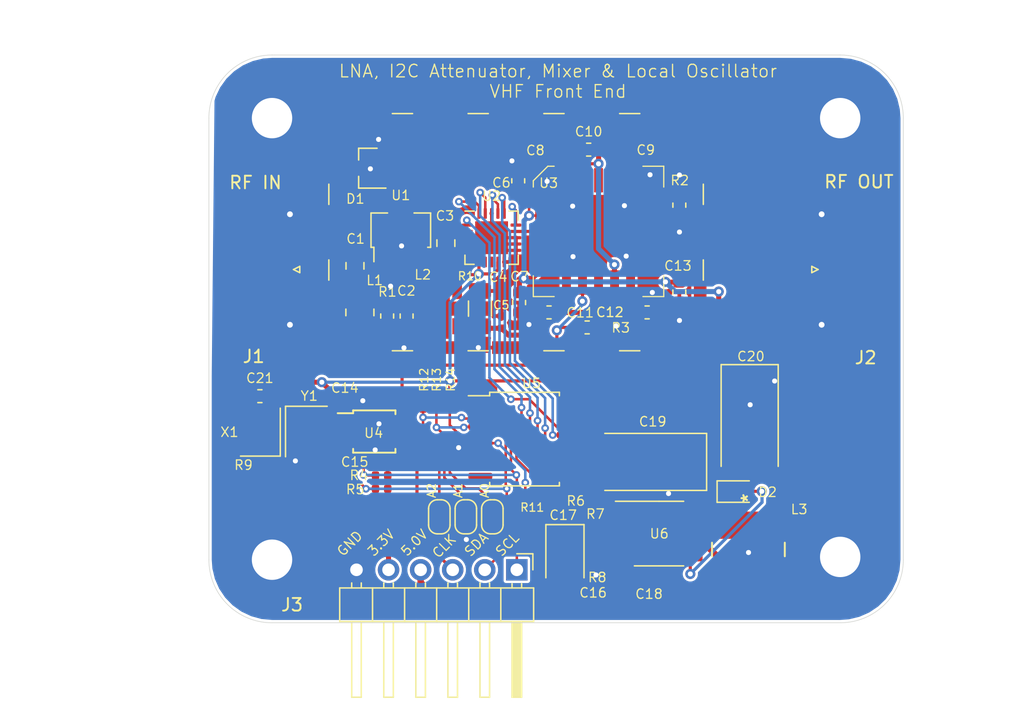
<source format=kicad_pcb>
(kicad_pcb (version 20171130) (host pcbnew "(5.1.6-0-10_14)")
  (layers (0 F.Cu signal) (31 B.Cu signal) (34 B.Paste user) (35 F.Paste user) (36 B.SilkS user) (37 F.SilkS user) (38 B.Mask user) (39 F.Mask user) (44 Edge.Cuts user))
  (net 0 "")
  (net 1 GND)
  (net 2 +5V)
  (net 3 "Net-(R6-Pad2)")
  (net 4 -5V)
  (net 5 "Net-(U2-Pad14)")
  (net 6 "Net-(J2-Pad1)")
  (net 7 "Net-(R3-Pad1)")
  (net 8 "Net-(J3-Pad1)")
  (net 9 "Net-(J3-Pad2)")
  (net 10 "Net-(C1-Pad1)")
  (net 11 "Net-(C1-Pad2)")
  (net 12 "Net-(C2-Pad2)")
  (net 13 +3V3)
  (net 14 "Net-(J3-Pad3)")
  (net 15 "Net-(C3-Pad1)")
  (net 16 "Net-(C3-Pad2)")
  (net 17 "Net-(C8-Pad2)")
  (net 18 "Net-(C9-Pad1)")
  (net 19 "Net-(C16-Pad1)")
  (net 20 "Net-(C17-Pad1)")
  (net 21 "Net-(C18-Pad1)")
  (net 22 "Net-(D2-Pad1)")
  (net 23 "Net-(L1-Pad2)")
  (net 24 "Net-(R2-Pad1)")
  (net 25 "Net-(C21-Pad1)")
  (net 26 "Net-(C21-Pad2)")
  (net 27 "Net-(R9-Pad1)")
  (net 28 "Net-(R10-Pad1)")
  (net 29 "Net-(U3-Pad14)")
  (net 30 "Net-(U4-Pad3)")
  (net 31 "Net-(U4-Pad6)")
  (net 32 "Net-(U5-Pad7)")
  (net 33 "Net-(U5-Pad8)")
  (net 34 "Net-(U5-Pad10)")
  (net 35 "Net-(U5-Pad11)")
  (net 36 "Net-(U2-Pad20)")
  (net 37 "Net-(U2-Pad19)")
  (net 38 "Net-(U2-Pad17)")
  (net 39 "Net-(U2-Pad16)")
  (net 40 "Net-(U2-Pad15)")
  (net 41 "Net-(U2-Pad1)")
  (net 42 "Net-(U5-Pad18)")
  (net 43 "Net-(U5-Pad19)")
  (net 44 "Net-(U2-Pad3)")
  (net 45 "Net-(U2-Pad4)")
  (net 46 "Net-(U2-Pad7)")
  (net 47 "Net-(U2-Pad8)")
  (net 48 "Net-(R11-Pad1)")
  (net 49 "Net-(JP2-Pad1)")
  (net 50 "Net-(JP1-Pad1)")
  (net 51 "Net-(JP0-Pad1)")
  (module Jumper:SolderJumper-2_P1.3mm_Open_RoundedPad1.0x1.5mm (layer F.Cu) (at 73.25 141.6 270)
    (fp_text reference A2 (at -2.08 0.61 270) (layer F.SilkS) (effects (font (size 0.65 0.65) (thickness 0.1))))
    (fp_text value SolderJumper-2_P1.3mm_Open_RoundedPad1.0x1.5mm hide)
    (pad 2 smd custom (at 0.65 0 270) (size 1 0.5) (layers F.Cu F.Mask) (net 1 GND) (options (clearance outline) (anchor rect)) (primitives (gr_circle (center 0 0.25) (end 0.5 0.25) (width 0)) (gr_circle (center 0 -0.25) (end 0.5 -0.25) (width 0)) (gr_poly (pts (xy 0 -0.75) (xy -0.5 -0.75) (xy -0.5 0.75) (xy 0 0.75)) (width 0))))
    (pad 1 smd custom (at -0.65 0 270) (size 1 0.5) (layers F.Cu F.Mask) (net 49 "Net-(JP2-Pad1)") (options (clearance outline) (anchor rect)) (primitives (gr_circle (center 0 0.25) (end 0.5 0.25) (width 0)) (gr_circle (center 0 -0.25) (end 0.5 -0.25) (width 0)) (gr_poly (pts (xy 0 -0.75) (xy 0.5 -0.75) (xy 0.5 0.75) (xy 0 0.75)) (width 0))))
  )
  (module Jumper:SolderJumper-2_P1.3mm_Open_RoundedPad1.0x1.5mm (layer F.Cu) (at 75.35 141.6 270)
    (fp_text reference A1 (at -2.08 0.61 270) (layer F.SilkS) (effects (font (size 0.65 0.65) (thickness 0.1))))
    (fp_text value SolderJumper-2_P1.3mm_Open_RoundedPad1.0x1.5mm hide)
    (pad 1 smd custom (at -0.65 0 270) (size 1 0.5) (layers F.Cu F.Mask) (net 50 "Net-(JP1-Pad1)") (options (clearance outline) (anchor rect)) (primitives (gr_circle (center 0 0.25) (end 0.5 0.25) (width 0)) (gr_circle (center 0 -0.25) (end 0.5 -0.25) (width 0)) (gr_poly (pts (xy 0 -0.75) (xy 0.5 -0.75) (xy 0.5 0.75) (xy 0 0.75)) (width 0))))
    (pad 2 smd custom (at 0.65 0 270) (size 1 0.5) (layers F.Cu F.Mask) (net 1 GND) (options (clearance outline) (anchor rect)) (primitives (gr_circle (center 0 0.25) (end 0.5 0.25) (width 0)) (gr_circle (center 0 -0.25) (end 0.5 -0.25) (width 0)) (gr_poly (pts (xy 0 -0.75) (xy -0.5 -0.75) (xy -0.5 0.75) (xy 0 0.75)) (width 0))))
  )
  (module Jumper:SolderJumper-2_P1.3mm_Open_RoundedPad1.0x1.5mm (layer F.Cu) (at 77.45 141.6 270)
    (fp_text reference A0 (at -2.08 0.61 270) (layer F.SilkS) (effects (font (size 0.65 0.65) (thickness 0.1))))
    (fp_text value SolderJumper-2_P1.3mm_Open_RoundedPad1.0x1.5mm hide)
    (pad 2 smd custom (at 0.65 0 270) (size 1 0.5) (layers F.Cu F.Mask) (net 1 GND) (options (clearance outline) (anchor rect)) (primitives (gr_circle (center 0 0.25) (end 0.5 0.25) (width 0)) (gr_circle (center 0 -0.25) (end 0.5 -0.25) (width 0)) (gr_poly (pts (xy 0 -0.75) (xy -0.5 -0.75) (xy -0.5 0.75) (xy 0 0.75)) (width 0))))
    (pad 1 smd custom (at -0.65 0 270) (size 1 0.5) (layers F.Cu F.Mask) (net 51 "Net-(JP0-Pad1)") (options (clearance outline) (anchor rect)) (primitives (gr_circle (center 0 0.25) (end 0.5 0.25) (width 0)) (gr_circle (center 0 -0.25) (end 0.5 -0.25) (width 0)) (gr_poly (pts (xy 0 -0.75) (xy 0.5 -0.75) (xy 0.5 0.75) (xy 0 0.75)) (width 0))))
  )
  (module RF_Shielding:Laird_Technologies_BMI-S-209-F_29.36x18.50mm (layer F.Cu) (at 79.33 119.04)
    (fp_text reference REF** hide)
    (fp_text value Laird_Technologies_BMI-S-209-F_29.36x18.50mm hide)
    (pad 1 smd rect (at 14.58 6.375) (size 1 4.55) (layers F.Cu F.Paste F.Mask) (net 1 GND))
    (pad 1 smd rect (at -14.58 6.375) (size 1 4.55) (layers F.Cu F.Paste F.Mask) (net 1 GND))
    (pad 1 smd rect (at 14.58 0) (size 1 3.8) (layers F.Cu F.Paste F.Mask) (net 1 GND))
    (pad 1 smd rect (at -14.58 0) (size 1 3.8) (layers F.Cu F.Paste F.Mask) (net 1 GND))
    (pad 1 smd rect (at 14.58 -6.375) (size 1 4.55) (layers F.Cu F.Paste F.Mask) (net 1 GND))
    (pad 1 smd rect (at -14.58 -6.375) (size 1 4.55) (layers F.Cu F.Paste F.Mask) (net 1 GND))
    (pad 1 smd rect (at 12.09 9.15) (size 3.98 1) (layers F.Cu F.Paste F.Mask) (net 1 GND))
    (pad 1 smd rect (at 12.09 -9.15) (size 3.98 1) (layers F.Cu F.Paste F.Mask) (net 1 GND))
    (pad 1 smd rect (at 6 9.15) (size 3.8 1) (layers F.Cu F.Paste F.Mask) (net 1 GND))
    (pad 1 smd rect (at 6 -9.15) (size 3.8 1) (layers F.Cu F.Paste F.Mask) (net 1 GND))
    (pad 1 smd rect (at 0 9.15) (size 3.8 1) (layers F.Cu F.Paste F.Mask) (net 1 GND))
    (pad 1 smd rect (at 0 -9.15) (size 3.8 1) (layers F.Cu F.Paste F.Mask) (net 1 GND))
    (pad 1 smd rect (at -6 9.15) (size 3.8 1) (layers F.Cu F.Paste F.Mask) (net 1 GND))
    (pad 1 smd rect (at -6 -9.15) (size 3.8 1) (layers F.Cu F.Paste F.Mask) (net 1 GND))
    (pad 1 smd rect (at -12.09 9.15) (size 3.98 1) (layers F.Cu F.Paste F.Mask) (net 1 GND))
    (pad 1 smd rect (at -12.09 -9.15) (size 3.98 1) (layers F.Cu F.Paste F.Mask) (net 1 GND))
    (pad 1 smd rect (at -14.58 9.15) (size 1 1) (layers F.Cu F.Paste F.Mask) (net 1 GND))
    (pad 1 smd rect (at 14.58 9.15) (size 1 1) (layers F.Cu F.Paste F.Mask) (net 1 GND))
    (pad 1 smd rect (at 14.58 -9.15) (size 1 1) (layers F.Cu F.Paste F.Mask) (net 1 GND))
    (pad 1 smd rect (at -14.58 -9.15) (size 1 1) (layers F.Cu F.Paste F.Mask) (net 1 GND))
  )
  (module GU1604 (layer F.Cu) (at 73.39 125.1)
    (fp_text reference L2 (at -1.45 -2.69 -180) (layer F.SilkS) (effects (font (size 0.75 0.75) (thickness 0.1))))
    (fp_text value TCCH-80 hide)
    (pad P$4 smd rect (at -1.27 1.397) (size 0.762 1.27) (layers F.Cu F.Paste F.Mask))
    (pad P$3 smd rect (at 1.27 1.397) (size 0.762 1.27) (layers F.Cu F.Paste F.Mask) (net 2 +5V))
    (pad P$2 smd rect (at 1.27 -1.397) (size 0.762 1.27) (layers F.Cu F.Paste F.Mask))
    (pad P$1 smd rect (at -1.27 -1.397) (size 0.762 1.27) (layers F.Cu F.Paste F.Mask) (net 16 "Net-(C3-Pad2)"))
  )
  (module Diode_SMD:D_SOD-323 (layer F.Cu) (at 96.75 139.6)
    (fp_text reference D2 (at 2.5 0.05) (layer F.SilkS) (effects (font (size 0.75 0.75) (thickness 0.1))))
    (fp_text value 1N5817 hide)
    (pad 1 smd rect (at -1.05 0) (size 0.6 0.45) (layers F.Cu F.Paste F.Mask) (net 22 "Net-(D2-Pad1)"))
    (pad 2 smd rect (at 1.05 0) (size 0.6 0.45) (layers F.Cu F.Paste F.Mask) (net 4 -5V))
  )
  (module MountingHole:MountingHole_3.2mm_M3_Pad (layer F.Cu) (at 60 110)
    (fp_text reference REF** hide)
    (fp_text value MountingHole_3.2mm_M3_Pad hide)
    (pad 1 thru_hole circle (at 0 0) (size 6.4 6.4) (drill 3.200001) (layers *.Cu *.Mask) (net 1 GND))
  )
  (module MountingHole:MountingHole_3.2mm_M3_Pad (layer F.Cu) (at 105 110)
    (fp_text reference REF** hide)
    (fp_text value MountingHole_3.2mm_M3_Pad hide)
    (pad 1 thru_hole circle (at 0 0) (size 6.4 6.4) (drill 3.200001) (layers *.Cu *.Mask) (net 1 GND))
  )
  (module MountingHole:MountingHole_3.2mm_M3_Pad (layer F.Cu) (at 60 145)
    (fp_text reference REF** hide)
    (fp_text value MountingHole_3.2mm_M3_Pad hide)
    (pad 1 thru_hole circle (at 0 0) (size 6.4 6.4) (drill 3.200001) (layers *.Cu *.Mask) (net 1 GND))
  )
  (module MountingHole:MountingHole_3.2mm_M3_Pad (layer F.Cu) (at 105 144.78)
    (fp_text reference REF** hide)
    (fp_text value MountingHole_3.2mm_M3_Pad hide)
    (pad 1 thru_hole circle (at 0 0) (size 6.4 6.4) (drill 3.200001) (layers *.Cu *.Mask) (net 1 GND))
  )
  (module Resistor_SMD:R_0402_1005Metric (layer F.Cu) (at 85.67 144.89 270)
    (fp_text reference R8 (at 1.51 -0.09 180) (layer F.SilkS) (effects (font (size 0.75 0.75) (thickness 0.1))))
    (fp_text value 300kΩ hide)
    (pad 1 smd roundrect (at -0.485 0 270) (size 0.59 0.64) (layers F.Cu F.Paste F.Mask) (net 19 "Net-(C16-Pad1)"))
    (pad 2 smd roundrect (at 0.485 0 270) (size 0.59 0.64) (layers F.Cu F.Paste F.Mask) (net 1 GND))
  )
  (module Resistor_SMD:R_0402_1005Metric (layer F.Cu) (at 85.66 142.8 90)
    (fp_text reference R7 (at 1.42 -0.05 180) (layer F.SilkS) (effects (font (size 0.75 0.75) (thickness 0.1))))
    (fp_text value 130kΩ hide)
    (pad 2 smd roundrect (at 0.485 0 90) (size 0.59 0.64) (layers F.Cu F.Paste F.Mask) (net 20 "Net-(C17-Pad1)"))
    (pad 1 smd roundrect (at -0.485 0 90) (size 0.59 0.64) (layers F.Cu F.Paste F.Mask) (net 19 "Net-(C16-Pad1)"))
  )
  (module Resistor_SMD:R_0402_1005Metric (layer F.Cu) (at 85.8 140.26)
    (fp_text reference R6 (at -1.74 0.08) (layer F.SilkS) (effects (font (size 0.75 0.75) (thickness 0.1))))
    (fp_text value 10kΩ hide)
    (pad 1 smd roundrect (at -0.485 0) (size 0.59 0.64) (layers F.Cu F.Paste F.Mask) (net 2 +5V))
    (pad 2 smd roundrect (at 0.485 0) (size 0.59 0.64) (layers F.Cu F.Paste F.Mask) (net 3 "Net-(R6-Pad2)"))
  )
  (module Package_LCC:PLCC-20 (layer F.Cu) (at 85.86 118.98)
    (fp_text reference U3 (at -3.95 -3.83 180) (layer F.SilkS) (effects (font (size 0.75 0.75) (thickness 0.1))))
    (fp_text value AD831APZ hide)
    (pad 1 smd rect (at 0 -4.0525) (size 0.7 1.925) (layers F.Cu F.Paste F.Mask) (net 2 +5V))
    (pad 2 smd rect (at -1.27 -4.0525) (size 0.7 1.925) (layers F.Cu F.Paste F.Mask) (net 17 "Net-(C8-Pad2)"))
    (pad 3 smd rect (at -2.54 -4.0525) (size 0.7 1.925) (layers F.Cu F.Paste F.Mask) (net 17 "Net-(C8-Pad2)"))
    (pad 20 smd rect (at 1.27 -4.0525) (size 0.7 1.925) (layers F.Cu F.Paste F.Mask) (net 18 "Net-(C9-Pad1)"))
    (pad 19 smd rect (at 2.54 -4.0525) (size 0.7 1.925) (layers F.Cu F.Paste F.Mask) (net 18 "Net-(C9-Pad1)"))
    (pad 4 smd rect (at -4.0525 -2.54) (size 1.925 0.7) (layers F.Cu F.Paste F.Mask) (net 1 GND))
    (pad 5 smd rect (at -4.0525 -1.27) (size 1.925 0.7) (layers F.Cu F.Paste F.Mask) (net 4 -5V))
    (pad 6 smd rect (at -4.0525 0) (size 1.925 0.7) (layers F.Cu F.Paste F.Mask) (net 5 "Net-(U2-Pad14)"))
    (pad 7 smd rect (at -4.0525 1.27) (size 1.925 0.7) (layers F.Cu F.Paste F.Mask) (net 1 GND))
    (pad 8 smd rect (at -4.0525 2.54) (size 1.925 0.7) (layers F.Cu F.Paste F.Mask) (net 4 -5V))
    (pad 9 smd rect (at -2.54 4.0525) (size 0.7 1.925) (layers F.Cu F.Paste F.Mask) (net 2 +5V))
    (pad 10 smd rect (at -1.27 4.0525) (size 0.7 1.925) (layers F.Cu F.Paste F.Mask) (net 7 "Net-(R3-Pad1)"))
    (pad 11 smd rect (at 0 4.0525) (size 0.7 1.925) (layers F.Cu F.Paste F.Mask) (net 1 GND))
    (pad 12 smd rect (at 1.27 4.0525) (size 0.7 1.925) (layers F.Cu F.Paste F.Mask) (net 2 +5V))
    (pad 13 smd rect (at 2.54 4.0525) (size 0.7 1.925) (layers F.Cu F.Paste F.Mask) (net 1 GND))
    (pad 14 smd rect (at 4.0525 2.54) (size 1.925 0.7) (layers F.Cu F.Paste F.Mask) (net 29 "Net-(U3-Pad14)"))
    (pad 15 smd rect (at 4.0525 1.27) (size 1.925 0.7) (layers F.Cu F.Paste F.Mask) (net 4 -5V))
    (pad 16 smd rect (at 4.0525 0) (size 1.925 0.7) (layers F.Cu F.Paste F.Mask) (net 6 "Net-(J2-Pad1)"))
    (pad 17 smd rect (at 4.0525 -1.27) (size 1.925 0.7) (layers F.Cu F.Paste F.Mask) (net 24 "Net-(R2-Pad1)"))
    (pad 18 smd rect (at 4.0525 -2.54) (size 1.925 0.7) (layers F.Cu F.Paste F.Mask) (net 1 GND))
  )
  (module Package_SO:MSOP-10_3x3mm_P0.5mm (layer F.Cu) (at 68.1 134.84)
    (fp_text reference U4 (at -0.05 0.12) (layer F.SilkS) (effects (font (size 0.75 0.75) (thickness 0.1))))
    (fp_text value Si5351A-B hide)
    (pad 1 smd rect (at -2.2 -1) (size 1.4 0.3) (layers F.Cu F.Paste F.Mask) (net 13 +3V3))
    (pad 2 smd rect (at -2.2 -0.5) (size 1.4 0.3) (layers F.Cu F.Paste F.Mask) (net 26 "Net-(C21-Pad2)"))
    (pad 3 smd rect (at -2.2 0) (size 1.4 0.3) (layers F.Cu F.Paste F.Mask) (net 30 "Net-(U4-Pad3)"))
    (pad 4 smd rect (at -2.2 0.5) (size 1.4 0.3) (layers F.Cu F.Paste F.Mask) (net 8 "Net-(J3-Pad1)"))
    (pad 5 smd rect (at -2.2 1) (size 1.4 0.3) (layers F.Cu F.Paste F.Mask) (net 9 "Net-(J3-Pad2)"))
    (pad 6 smd rect (at 2.2 1) (size 1.4 0.3) (layers F.Cu F.Paste F.Mask) (net 31 "Net-(U4-Pad6)"))
    (pad 7 smd rect (at 2.2 0.5) (size 1.4 0.3) (layers F.Cu F.Paste F.Mask) (net 13 +3V3))
    (pad 8 smd rect (at 2.2 0) (size 1.4 0.3) (layers F.Cu F.Paste F.Mask) (net 1 GND))
    (pad 9 smd rect (at 2.2 -0.5) (size 1.4 0.3) (layers F.Cu F.Paste F.Mask) (net 14 "Net-(J3-Pad3)"))
    (pad 10 smd rect (at 2.2 -1) (size 1.4 0.3) (layers F.Cu F.Paste F.Mask) (net 7 "Net-(R3-Pad1)"))
  )
  (module Capacitor_SMD:C_0402_1005Metric (layer F.Cu) (at 82.54 112.5 180)
    (fp_text reference C8 (at 1.68 -0.06) (layer F.SilkS) (effects (font (size 0.75 0.75) (thickness 0.1))))
    (fp_text value 82pF hide)
    (pad 1 smd roundrect (at -0.485 0 180) (size 0.59 0.64) (layers F.Cu F.Paste F.Mask) (net 2 +5V))
    (pad 2 smd roundrect (at 0.485 0 180) (size 0.59 0.64) (layers F.Cu F.Paste F.Mask) (net 17 "Net-(C8-Pad2)"))
  )
  (module Capacitor_SMD:C_0402_1005Metric (layer F.Cu) (at 87.9 112.5 180)
    (fp_text reference C9 (at -1.7 -0.03) (layer F.SilkS) (effects (font (size 0.75 0.75) (thickness 0.1))))
    (fp_text value 82pF hide)
    (pad 1 smd roundrect (at -0.485 0 180) (size 0.59 0.64) (layers F.Cu F.Paste F.Mask) (net 18 "Net-(C9-Pad1)"))
    (pad 2 smd roundrect (at 0.485 0 180) (size 0.59 0.64) (layers F.Cu F.Paste F.Mask) (net 2 +5V))
  )
  (module Connector_Coaxial:SMA_Molex_73251-1153_EdgeMount_Horizontal (layer F.Cu) (at 59.7 122)
    (fp_text reference J1 (at -1.15 6.89) (layer F.SilkS))
    (fp_text value Conn_Coaxial hide)
    (pad 1 smd rect (at -1.72 0) (size 5.08 2.29) (layers F.Cu F.Paste F.Mask) (net 11 "Net-(C1-Pad2)"))
    (pad 2 smd rect (at -1.72 -4.38) (size 5.08 2.42) (layers F.Cu F.Paste F.Mask) (net 1 GND))
    (pad 2 smd rect (at -1.72 4.38) (size 5.08 2.42) (layers F.Cu F.Paste F.Mask) (net 1 GND))
    (pad 2 smd rect (at -1.72 -4.38) (size 5.08 2.42) (layers B.Cu B.Paste B.Mask) (net 1 GND))
    (pad 2 smd rect (at -1.72 4.38) (size 5.08 2.42) (layers B.Cu B.Paste B.Mask) (net 1 GND))
    (pad 2 thru_hole circle (at 1.72 -4.38) (size 0.97 0.97) (drill 0.46) (layers *.Cu) (net 1 GND))
    (pad 2 thru_hole circle (at 1.72 4.38) (size 0.97 0.97) (drill 0.46) (layers *.Cu) (net 1 GND))
    (pad 2 smd rect (at 1.27 -4.38) (size 0.95 0.46) (layers F.Cu) (net 1 GND))
    (pad 2 smd rect (at 1.27 4.38) (size 0.95 0.46) (layers F.Cu) (net 1 GND))
    (pad 2 smd rect (at 1.27 -4.38) (size 0.95 0.46) (layers B.Cu) (net 1 GND))
    (pad 2 smd rect (at 1.27 4.38) (size 0.95 0.46) (layers B.Cu) (net 1 GND))
  )
  (module Connector_Coaxial:SMA_Molex_73251-1153_EdgeMount_Horizontal (layer F.Cu) (at 105.25 122 180)
    (fp_text reference J2 (at -1.77 -6.99) (layer F.SilkS))
    (fp_text value Conn_Coaxial hide)
    (pad 2 smd rect (at 1.27 4.38 180) (size 0.95 0.46) (layers B.Cu) (net 1 GND))
    (pad 2 smd rect (at 1.27 -4.38 180) (size 0.95 0.46) (layers B.Cu) (net 1 GND))
    (pad 2 smd rect (at 1.27 4.38 180) (size 0.95 0.46) (layers F.Cu) (net 1 GND))
    (pad 2 smd rect (at 1.27 -4.38 180) (size 0.95 0.46) (layers F.Cu) (net 1 GND))
    (pad 2 thru_hole circle (at 1.72 4.38 180) (size 0.97 0.97) (drill 0.46) (layers *.Cu) (net 1 GND))
    (pad 2 thru_hole circle (at 1.72 -4.38 180) (size 0.97 0.97) (drill 0.46) (layers *.Cu) (net 1 GND))
    (pad 2 smd rect (at -1.72 4.38 180) (size 5.08 2.42) (layers B.Cu B.Paste B.Mask) (net 1 GND))
    (pad 2 smd rect (at -1.72 -4.38 180) (size 5.08 2.42) (layers B.Cu B.Paste B.Mask) (net 1 GND))
    (pad 2 smd rect (at -1.72 4.38 180) (size 5.08 2.42) (layers F.Cu F.Paste F.Mask) (net 1 GND))
    (pad 2 smd rect (at -1.72 -4.38 180) (size 5.08 2.42) (layers F.Cu F.Paste F.Mask) (net 1 GND))
    (pad 1 smd rect (at -1.72 0 180) (size 5.08 2.29) (layers F.Cu F.Paste F.Mask) (net 6 "Net-(J2-Pad1)"))
  )
  (module Package_SO:SOIC-8_3.9x4.9mm_P1.27mm (layer F.Cu) (at 90.65 142.93)
    (fp_text reference U6 (at 0.02 0.01) (layer F.SilkS) (effects (font (size 0.75 0.75) (thickness 0.1))))
    (fp_text value TPS6735IDR hide)
    (pad 1 smd roundrect (at -2.475 -1.905) (size 1.95 0.6) (layers F.Cu F.Paste F.Mask) (net 3 "Net-(R6-Pad2)"))
    (pad 2 smd roundrect (at -2.475 -0.635) (size 1.95 0.6) (layers F.Cu F.Paste F.Mask) (net 20 "Net-(C17-Pad1)"))
    (pad 3 smd roundrect (at -2.475 0.635) (size 1.95 0.6) (layers F.Cu F.Paste F.Mask) (net 19 "Net-(C16-Pad1)"))
    (pad 4 smd roundrect (at -2.475 1.905) (size 1.95 0.6) (layers F.Cu F.Paste F.Mask) (net 21 "Net-(C18-Pad1)"))
    (pad 5 smd roundrect (at 2.475 1.905) (size 1.95 0.6) (layers F.Cu F.Paste F.Mask) (net 4 -5V))
    (pad 6 smd roundrect (at 2.475 0.635) (size 1.95 0.6) (layers F.Cu F.Paste F.Mask) (net 1 GND))
    (pad 7 smd roundrect (at 2.475 -0.635) (size 1.95 0.6) (layers F.Cu F.Paste F.Mask) (net 22 "Net-(D2-Pad1)"))
    (pad 8 smd roundrect (at 2.475 -1.905) (size 1.95 0.6) (layers F.Cu F.Paste F.Mask) (net 2 +5V))
  )
  (module Capacitor_SMD:C_0402_1005Metric (layer F.Cu) (at 65.89 132.39)
    (fp_text reference C14 (at -0.12 -1) (layer F.SilkS) (effects (font (size 0.75 0.75) (thickness 0.1))))
    (fp_text value 470nF hide)
    (pad 2 smd roundrect (at 0.485 0) (size 0.59 0.64) (layers F.Cu F.Paste F.Mask) (net 1 GND))
    (pad 1 smd roundrect (at -0.485 0) (size 0.59 0.64) (layers F.Cu F.Paste F.Mask) (net 13 +3V3))
  )
  (module Capacitor_SMD:C_0402_1005Metric (layer F.Cu) (at 68.67 137.24)
    (fp_text reference C15 (at -2.12 0.01) (layer F.SilkS) (effects (font (size 0.75 0.75) (thickness 0.1))))
    (fp_text value 470nF hide)
    (pad 1 smd roundrect (at -0.485 0) (size 0.59 0.64) (layers F.Cu F.Paste F.Mask) (net 1 GND))
    (pad 2 smd roundrect (at 0.485 0) (size 0.59 0.64) (layers F.Cu F.Paste F.Mask) (net 13 +3V3))
  )
  (module Capacitor_Tantalum_SMD:CP_EIA-3528-21_Kemet-B (layer F.Cu) (at 83.2 144.68 270)
    (fp_text reference C17 (at -3.21 0.14 180) (layer F.SilkS) (effects (font (size 0.75 0.75) (thickness 0.1))))
    (fp_text value 10µF hide)
    (pad 1 smd roundrect (at -1.5375 0 270) (size 1.325 2.35) (layers F.Cu F.Paste F.Mask) (roundrect_rratio 0.188679) (net 20 "Net-(C17-Pad1)"))
    (pad 2 smd roundrect (at 1.5375 0 270) (size 1.325 2.35) (layers F.Cu F.Paste F.Mask) (roundrect_rratio 0.188679) (net 1 GND))
  )
  (module Resistor_SMD:R_0402_1005Metric (layer F.Cu) (at 68.68 138.32)
    (fp_text reference R4 (at -1.8 -0.01) (layer F.SilkS) (effects (font (size 0.75 0.75) (thickness 0.1))))
    (fp_text value 4.7kΩ hide)
    (pad 2 smd roundrect (at 0.485 0) (size 0.59 0.64) (layers F.Cu F.Paste F.Mask) (net 13 +3V3))
    (pad 1 smd roundrect (at -0.485 0) (size 0.59 0.64) (layers F.Cu F.Paste F.Mask) (net 8 "Net-(J3-Pad1)"))
  )
  (module Resistor_SMD:R_0402_1005Metric (layer F.Cu) (at 68.68 139.38)
    (fp_text reference R5 (at -2.09 0.05) (layer F.SilkS) (effects (font (size 0.75 0.75) (thickness 0.1))))
    (fp_text value 4.7kΩ hide)
    (pad 1 smd roundrect (at -0.485 0) (size 0.59 0.64) (layers F.Cu F.Paste F.Mask) (net 9 "Net-(J3-Pad2)"))
    (pad 2 smd roundrect (at 0.485 0) (size 0.59 0.64) (layers F.Cu F.Paste F.Mask) (net 13 +3V3))
  )
  (module Crystal:Crystal_SMD_Abracon_ABM8G-4Pin_3.2x2.5mm (layer F.Cu) (at 62.72 134.84 270)
    (fp_text reference Y1 (at -2.82 -0.23 180) (layer F.SilkS) (effects (font (size 0.75 0.75) (thickness 0.1))))
    (fp_text value ABM8G-25.MHZ hide)
    (pad 1 smd rect (at -1.1 0.85 270) (size 1.4 1.2) (layers F.Cu F.Paste F.Mask) (net 26 "Net-(C21-Pad2)"))
    (pad 2 smd rect (at 1.1 0.85 270) (size 1.4 1.2) (layers F.Cu F.Paste F.Mask) (net 1 GND))
    (pad 3 smd rect (at 1.1 -0.85 270) (size 1.4 1.2) (layers F.Cu F.Paste F.Mask) (net 30 "Net-(U4-Pad3)"))
    (pad 4 smd rect (at -1.1 -0.85 270) (size 1.4 1.2) (layers F.Cu F.Paste F.Mask) (net 1 GND))
  )
  (module Connector_PinHeader_2.54mm:PinHeader_1x06_P2.54mm_Horizontal (layer F.Cu) (at 79.39 145.8 270)
    (fp_text reference J3 (at 2.78 17.8 180) (layer F.SilkS))
    (fp_text value Conn_01x06_Male hide)
    (pad 1 thru_hole rect (at 0 0 270) (size 1.7 1.7) (drill 1) (layers *.Cu *.Mask) (net 8 "Net-(J3-Pad1)"))
    (pad 2 thru_hole oval (at 0 2.54 270) (size 1.7 1.7) (drill 1) (layers *.Cu *.Mask) (net 9 "Net-(J3-Pad2)"))
    (pad 3 thru_hole oval (at 0 5.08 270) (size 1.7 1.7) (drill 1) (layers *.Cu *.Mask) (net 14 "Net-(J3-Pad3)"))
    (pad 4 thru_hole oval (at 0 7.62 270) (size 1.7 1.7) (drill 1) (layers *.Cu *.Mask) (net 2 +5V))
    (pad 5 thru_hole oval (at 0 10.16 270) (size 1.7 1.7) (drill 1) (layers *.Cu *.Mask) (net 13 +3V3))
    (pad 6 thru_hole oval (at 0 12.7 270) (size 1.7 1.7) (drill 1) (layers *.Cu *.Mask) (net 1 GND))
  )
  (module Resistor_SMD:R_0603_1608Metric (layer F.Cu) (at 84.96 126.59)
    (fp_text reference R3 (at 2.66 0.03) (layer F.SilkS) (effects (font (size 0.75 0.75) (thickness 0.1))))
    (fp_text value 51.1Ω hide)
    (pad 1 smd roundrect (at -0.7875 0) (size 0.875 0.95) (layers F.Cu F.Paste F.Mask) (net 7 "Net-(R3-Pad1)"))
    (pad 2 smd roundrect (at 0.7875 0) (size 0.875 0.95) (layers F.Cu F.Paste F.Mask) (net 1 GND))
  )
  (module Resistor_SMD:R_0603_1608Metric (layer F.Cu) (at 92.26 116.9 90)
    (fp_text reference R2 (at 1.96 0.03 180) (layer F.SilkS) (effects (font (size 0.75 0.75) (thickness 0.1))))
    (fp_text value 51.1Ω hide)
    (pad 1 smd roundrect (at -0.7875 0 90) (size 0.875 0.95) (layers F.Cu F.Paste F.Mask) (net 24 "Net-(R2-Pad1)"))
    (pad 2 smd roundrect (at 0.7875 0 90) (size 0.875 0.95) (layers F.Cu F.Paste F.Mask) (net 1 GND))
  )
  (module Capacitor_SMD:C_0402_1005Metric (layer F.Cu) (at 88.17 146.7 270)
    (fp_text reference C18 (at 1.02 -1.69 180) (layer F.SilkS) (effects (font (size 0.75 0.75) (thickness 0.1))))
    (fp_text value 82pF hide)
    (pad 1 smd roundrect (at -0.485 0 270) (size 0.59 0.64) (layers F.Cu F.Paste F.Mask) (net 21 "Net-(C18-Pad1)"))
    (pad 2 smd roundrect (at 0.485 0 270) (size 0.59 0.64) (layers F.Cu F.Paste F.Mask) (net 1 GND))
  )
  (module Capacitor_SMD:C_0402_1005Metric (layer F.Cu) (at 86.96 146.7 270)
    (fp_text reference C16 (at 0.92 1.53 180) (layer F.SilkS) (effects (font (size 0.75 0.75) (thickness 0.1))))
    (fp_text value 100nF hide)
    (pad 1 smd roundrect (at -0.485 0 270) (size 0.59 0.64) (layers F.Cu F.Paste F.Mask) (net 19 "Net-(C16-Pad1)"))
    (pad 2 smd roundrect (at 0.485 0 270) (size 0.59 0.64) (layers F.Cu F.Paste F.Mask) (net 1 GND))
  )
  (module Capacitor_Tantalum_SMD:CP_EIA-7343-30_AVX-N (layer F.Cu) (at 90.01 137.25 180)
    (fp_text reference C19 (at -0.14 3.19) (layer F.SilkS) (effects (font (size 0.75 0.75) (thickness 0.1))))
    (fp_text value 47µF hide)
    (pad 1 smd roundrect (at -3.1125 0 180) (size 2.075 2.55) (layers F.Cu F.Paste F.Mask) (roundrect_rratio 0.120482) (net 2 +5V))
    (pad 2 smd roundrect (at 3.1125 0 180) (size 2.075 2.55) (layers F.Cu F.Paste F.Mask) (roundrect_rratio 0.120482) (net 1 GND))
  )
  (module Capacitor_Tantalum_SMD:CP_EIA-7343-30_AVX-N (layer F.Cu) (at 97.83 133.95 270)
    (fp_text reference C20 (at -5.06 -0.1 180) (layer F.SilkS) (effects (font (size 0.75 0.75) (thickness 0.1))))
    (fp_text value 100µF hide)
    (pad 2 smd roundrect (at 3.1125 0 270) (size 2.075 2.55) (layers F.Cu F.Paste F.Mask) (roundrect_rratio 0.120482) (net 4 -5V))
    (pad 1 smd roundrect (at -3.1125 0 270) (size 2.075 2.55) (layers F.Cu F.Paste F.Mask) (roundrect_rratio 0.120482) (net 1 GND))
  )
  (module CD54NP220MC:CD54NP-220MC (layer F.Cu) (at 97.73 144.19 270)
    (fp_text reference L3 (at -3.18 -4.02 180) (layer F.SilkS) (effects (font (size 0.75 0.75) (thickness 0.1))))
    (fp_text value 10µH hide)
    (fp_text user * (at -4.064 0 90) (layer F.SilkS))
    (fp_text user * (at -4.064 0 90) (layer F.SilkS))
    (pad 1 smd rect (at -1.925 0 270) (size 2.159 5.5118) (layers F.Cu F.Paste F.Mask) (net 22 "Net-(D2-Pad1)"))
    (pad 2 smd rect (at 1.925 0 270) (size 2.159 5.5118) (layers F.Cu F.Paste F.Mask) (net 1 GND))
  )
  (module Capacitor_SMD:C_0603_1608Metric (layer F.Cu) (at 89.71 125.4)
    (fp_text reference C12 (at -2.95 -0.01) (layer F.SilkS) (effects (font (size 0.75 0.75) (thickness 0.11))))
    (fp_text value 0.1µF hide)
    (pad 1 smd roundrect (at -0.7875 0) (size 0.875 0.95) (layers F.Cu F.Paste F.Mask) (net 2 +5V))
    (pad 2 smd roundrect (at 0.7875 0) (size 0.875 0.95) (layers F.Cu F.Paste F.Mask) (net 1 GND))
  )
  (module Capacitor_SMD:C_0603_1608Metric (layer F.Cu) (at 81.94 125.4 180)
    (fp_text reference C11 (at -2.47 -0.02) (layer F.SilkS) (effects (font (size 0.75 0.75) (thickness 0.1))))
    (fp_text value 0.1µF hide)
    (pad 1 smd roundrect (at -0.7875 0 180) (size 0.875 0.95) (layers F.Cu F.Paste F.Mask) (net 2 +5V))
    (pad 2 smd roundrect (at 0.7875 0 180) (size 0.875 0.95) (layers F.Cu F.Paste F.Mask) (net 1 GND))
  )
  (module Capacitor_SMD:C_0603_1608Metric (layer F.Cu) (at 85.08 112.5)
    (fp_text reference C10 (at 0 -1.43) (layer F.SilkS) (effects (font (size 0.75 0.75) (thickness 0.1))))
    (fp_text value 100nF hide)
    (pad 1 smd roundrect (at -0.7875 0) (size 0.875 0.95) (layers F.Cu F.Paste F.Mask) (net 1 GND))
    (pad 2 smd roundrect (at 0.7875 0) (size 0.875 0.95) (layers F.Cu F.Paste F.Mask) (net 2 +5V))
  )
  (module Capacitor_SMD:C_0603_1608Metric (layer F.Cu) (at 79.5 114.97 90)
    (fp_text reference C6 (at -0.15 -1.33 180) (layer F.SilkS) (effects (font (size 0.75 0.75) (thickness 0.1))))
    (fp_text value 0.1µF hide)
    (pad 2 smd roundrect (at 0.7875 0 90) (size 0.875 0.95) (layers F.Cu F.Paste F.Mask) (net 1 GND))
    (pad 1 smd roundrect (at -0.7875 0 90) (size 0.875 0.95) (layers F.Cu F.Paste F.Mask) (net 4 -5V))
  )
  (module Capacitor_SMD:C_0603_1608Metric (layer F.Cu) (at 79.57 124.62 270)
    (fp_text reference C7 (at -2.06 -0.03 180) (layer F.SilkS) (effects (font (size 0.75 0.75) (thickness 0.1))))
    (fp_text value 0.1µF hide)
    (pad 1 smd roundrect (at -0.7875 0 270) (size 0.875 0.95) (layers F.Cu F.Paste F.Mask) (net 4 -5V))
    (pad 2 smd roundrect (at 0.7875 0 270) (size 0.875 0.95) (layers F.Cu F.Paste F.Mask) (net 1 GND))
  )
  (module Capacitor_SMD:C_0603_1608Metric (layer F.Cu) (at 92.26 123.79 270)
    (fp_text reference C13 (at -2.08 0.11 180) (layer F.SilkS) (effects (font (size 0.75 0.75) (thickness 0.1))))
    (fp_text value 0.1µF hide)
    (pad 2 smd roundrect (at 0.7875 0 270) (size 0.875 0.95) (layers F.Cu F.Paste F.Mask) (net 1 GND))
    (pad 1 smd roundrect (at -0.7875 0 270) (size 0.875 0.95) (layers F.Cu F.Paste F.Mask) (net 4 -5V))
  )
  (module Capacitor_SMD:C_0805_2012Metric (layer F.Cu) (at 66.57 121.71 270)
    (fp_text reference C1 (at -2.14 -0.05 180) (layer F.SilkS) (effects (font (size 0.75 0.75) (thickness 0.1))))
    (fp_text value 10nF hide)
    (pad 2 smd roundrect (at 0.9375 0 270) (size 0.975 1.4) (layers F.Cu F.Paste F.Mask) (net 11 "Net-(C1-Pad2)"))
    (pad 1 smd roundrect (at -0.9375 0 270) (size 0.975 1.4) (layers F.Cu F.Paste F.Mask) (net 10 "Net-(C1-Pad1)"))
  )
  (module Capacitor_SMD:C_0603_1608Metric (layer F.Cu) (at 70.66 125.6875 90)
    (fp_text reference C2 (at 1.9975 -0.02 180) (layer F.SilkS) (effects (font (size 0.75 0.75) (thickness 0.1))))
    (fp_text value 330pF hide)
    (pad 1 smd roundrect (at -0.7875 0 90) (size 0.875 0.95) (layers F.Cu F.Paste F.Mask) (net 1 GND))
    (pad 2 smd roundrect (at 0.7875 0 90) (size 0.875 0.95) (layers F.Cu F.Paste F.Mask) (net 12 "Net-(C2-Pad2)"))
  )
  (module Capacitor_SMD:C_0805_2012Metric (layer F.Cu) (at 73.77 119.91 270)
    (fp_text reference C3 (at -2.16 0.07 180) (layer F.SilkS) (effects (font (size 0.75 0.75) (thickness 0.1))))
    (fp_text value 10nF hide)
    (pad 1 smd roundrect (at -0.9375 0 270) (size 0.975 1.4) (layers F.Cu F.Paste F.Mask) (net 15 "Net-(C3-Pad1)"))
    (pad 2 smd roundrect (at 0.9375 0 270) (size 0.975 1.4) (layers F.Cu F.Paste F.Mask) (net 16 "Net-(C3-Pad2)"))
  )
  (module Capacitor_SMD:C_1206_3216Metric (layer F.Cu) (at 76.47 125.1 90)
    (fp_text reference C4 (at 2.5 1.44 180) (layer F.SilkS) (effects (font (size 0.75 0.75) (thickness 0.1))))
    (fp_text value 10µF hide)
    (pad 2 smd roundrect (at 1.4 0 90) (size 1.25 1.75) (layers F.Cu F.Paste F.Mask) (roundrect_rratio 0.2) (net 1 GND))
    (pad 1 smd roundrect (at -1.4 0 90) (size 1.25 1.75) (layers F.Cu F.Paste F.Mask) (roundrect_rratio 0.2) (net 2 +5V))
  )
  (module Package_TO_SOT_SMD:SOT-23 (layer F.Cu) (at 67.62 113.97 180)
    (fp_text reference D1 (at 1.02 -2.43) (layer F.SilkS) (effects (font (size 0.75 0.75) (thickness 0.1))))
    (fp_text value CM1213A-01SO hide)
    (pad 1 smd rect (at -1 -0.95 180) (size 0.9 0.8) (layers F.Cu F.Paste F.Mask) (net 10 "Net-(C1-Pad1)"))
    (pad 2 smd rect (at -1 0.95 180) (size 0.9 0.8) (layers F.Cu F.Paste F.Mask) (net 1 GND))
    (pad 3 smd rect (at 1 0 180) (size 0.9 0.8) (layers F.Cu F.Paste F.Mask) (net 1 GND))
  )
  (module Inductor_SMD:L_1008_2520Metric (layer F.Cu) (at 66.96 125.4 270)
    (fp_text reference L1 (at -2.54 -1.17 180) (layer F.SilkS) (effects (font (size 0.75 0.75) (thickness 0.1))))
    (fp_text value 620nH hide)
    (pad 1 smd roundrect (at -1.075 0 270) (size 1.25 2.2) (layers F.Cu F.Paste F.Mask) (roundrect_rratio 0.2) (net 10 "Net-(C1-Pad1)"))
    (pad 2 smd roundrect (at 1.075 0 270) (size 1.25 2.2) (layers F.Cu F.Paste F.Mask) (roundrect_rratio 0.2) (net 23 "Net-(L1-Pad2)"))
  )
  (module Resistor_SMD:R_0603_1608Metric (layer F.Cu) (at 69.12 125.6875 90)
    (fp_text reference R1 (at 1.9175 0.02 180) (layer F.SilkS) (effects (font (size 0.75 0.75) (thickness 0.1))))
    (fp_text value 150Ω hide)
    (pad 1 smd roundrect (at -0.7875 0 90) (size 0.875 0.95) (layers F.Cu F.Paste F.Mask) (net 23 "Net-(L1-Pad2)"))
    (pad 2 smd roundrect (at 0.7875 0 90) (size 0.875 0.95) (layers F.Cu F.Paste F.Mask) (net 12 "Net-(C2-Pad2)"))
  )
  (module Package_TO_SOT_SMD:SOT-89-3 (layer F.Cu) (at 70.2 119.18 90)
    (fp_text reference U1 (at 3.06 0 180) (layer F.SilkS) (effects (font (size 0.75 0.75) (thickness 0.1))))
    (fp_text value PGA-103 hide)
    (pad 1 smd rect (at -1.65 -1.5 90) (size 1.3 0.9) (layers F.Cu F.Paste F.Mask) (net 10 "Net-(C1-Pad1)"))
    (pad 3 smd rect (at -1.65 1.5 90) (size 1.3 0.9) (layers F.Cu F.Paste F.Mask) (net 16 "Net-(C3-Pad2)"))
    (pad 2 smd custom (at -1.5625 0 90) (size 1.475 0.9) (layers F.Cu F.Paste F.Mask) (net 1 GND) (options (clearance outline) (anchor rect)) (primitives (gr_poly (pts (xy 0.7375 -0.8665) (xy 3.8625 -0.8665) (xy 3.8625 0.8665) (xy 0.7375 0.8665)) (width 0))))
  )
  (module Capacitor_SMD:C_0603_1608Metric (layer F.Cu) (at 59.04 132.04)
    (fp_text reference C21 (at 0 -1.43) (layer F.SilkS) (effects (font (size 0.75 0.75) (thickness 0.1))))
    (fp_text value 0.1µF hide)
    (pad 1 smd roundrect (at -0.7875 0) (size 0.875 0.95) (layers F.Cu F.Paste F.Mask) (net 25 "Net-(C21-Pad1)"))
    (pad 2 smd roundrect (at 0.7875 0) (size 0.875 0.95) (layers F.Cu F.Paste F.Mask) (net 26 "Net-(C21-Pad2)"))
  )
  (module Resistor_SMD:R_0402_1005Metric (layer F.Cu) (at 59.42 137.45 180)
    (fp_text reference R9 (at 1.68 -0.05) (layer F.SilkS) (effects (font (size 0.75 0.75) (thickness 0.1))))
    (fp_text value 10kΩ hide)
    (pad 1 smd roundrect (at -0.485 0 180) (size 0.59 0.64) (layers F.Cu F.Paste F.Mask) (net 27 "Net-(R9-Pad1)"))
    (pad 2 smd roundrect (at 0.485 0 180) (size 0.59 0.64) (layers F.Cu F.Paste F.Mask) (net 13 +3V3))
  )
  (module Oscillator:Oscillator_SMD_Abracon_ASE-4Pin_3.2x2.5mm (layer F.Cu) (at 59.08 134.89 90)
    (fp_text reference X1 (at 0 -2.45 180) (layer F.SilkS) (effects (font (size 0.75 0.75) (thickness 0.1))))
    (fp_text value ASTX-H11-25.0MHz hide)
    (pad 1 smd rect (at -1.05 0.825 90) (size 1.3 1.1) (layers F.Cu F.Paste F.Mask) (net 27 "Net-(R9-Pad1)"))
    (pad 2 smd rect (at 1.05 0.825 90) (size 1.3 1.1) (layers F.Cu F.Paste F.Mask) (net 1 GND))
    (pad 3 smd rect (at 1.05 -0.825 90) (size 1.3 1.1) (layers F.Cu F.Paste F.Mask) (net 25 "Net-(C21-Pad1)"))
    (pad 4 smd rect (at -1.05 -0.825 90) (size 1.3 1.1) (layers F.Cu F.Paste F.Mask) (net 13 +3V3))
  )
  (module Resistor_SMD:R_0402_1005Metric (layer F.Cu) (at 73.77 122.41)
    (fp_text reference R10 (at 1.89 0.12) (layer F.SilkS) (effects (font (size 0.65 0.65) (thickness 0.1))))
    (fp_text value 10kΩ hide)
    (pad 1 smd roundrect (at -0.485 0) (size 0.59 0.64) (layers F.Cu F.Paste F.Mask) (net 28 "Net-(R10-Pad1)"))
    (pad 2 smd roundrect (at 0.485 0) (size 0.59 0.64) (layers F.Cu F.Paste F.Mask) (net 13 +3V3))
  )
  (module Package_SO:SSOP-20_5.3x7.2mm_P0.65mm (layer F.Cu) (at 80 135.44)
    (fp_text reference U5 (at 0.55 -4.42) (layer F.SilkS) (effects (font (size 0.75 0.75) (thickness 0.1))))
    (fp_text value MCP23008-xSS hide)
    (pad 1 smd roundrect (at -3.5 -2.925) (size 1.9 0.5) (layers F.Cu F.Paste F.Mask) (net 8 "Net-(J3-Pad1)"))
    (pad 2 smd roundrect (at -3.5 -2.275) (size 1.9 0.5) (layers F.Cu F.Paste F.Mask) (net 9 "Net-(J3-Pad2)"))
    (pad 3 smd roundrect (at -3.5 -1.625) (size 1.9 0.5) (layers F.Cu F.Paste F.Mask) (net 49 "Net-(JP2-Pad1)"))
    (pad 4 smd roundrect (at -3.5 -0.975) (size 1.9 0.5) (layers F.Cu F.Paste F.Mask) (net 50 "Net-(JP1-Pad1)"))
    (pad 5 smd roundrect (at -3.5 -0.325) (size 1.9 0.5) (layers F.Cu F.Paste F.Mask) (net 51 "Net-(JP0-Pad1)"))
    (pad 6 smd roundrect (at -3.5 0.325) (size 1.9 0.5) (layers F.Cu F.Paste F.Mask) (net 48 "Net-(R11-Pad1)"))
    (pad 7 smd roundrect (at -3.5 0.975) (size 1.9 0.5) (layers F.Cu F.Paste F.Mask) (net 32 "Net-(U5-Pad7)"))
    (pad 8 smd roundrect (at -3.5 1.625) (size 1.9 0.5) (layers F.Cu F.Paste F.Mask) (net 33 "Net-(U5-Pad8)"))
    (pad 9 smd roundrect (at -3.5 2.275) (size 1.9 0.5) (layers F.Cu F.Paste F.Mask) (net 1 GND))
    (pad 10 smd roundrect (at -3.5 2.925) (size 1.9 0.5) (layers F.Cu F.Paste F.Mask) (net 34 "Net-(U5-Pad10)"))
    (pad 11 smd roundrect (at 3.5 2.925) (size 1.9 0.5) (layers F.Cu F.Paste F.Mask) (net 35 "Net-(U5-Pad11)"))
    (pad 12 smd roundrect (at 3.5 2.275) (size 1.9 0.5) (layers F.Cu F.Paste F.Mask) (net 36 "Net-(U2-Pad20)"))
    (pad 13 smd roundrect (at 3.5 1.625) (size 1.9 0.5) (layers F.Cu F.Paste F.Mask) (net 37 "Net-(U2-Pad19)"))
    (pad 14 smd roundrect (at 3.5 0.975) (size 1.9 0.5) (layers F.Cu F.Paste F.Mask) (net 38 "Net-(U2-Pad17)"))
    (pad 15 smd roundrect (at 3.5 0.325) (size 1.9 0.5) (layers F.Cu F.Paste F.Mask) (net 39 "Net-(U2-Pad16)"))
    (pad 16 smd roundrect (at 3.5 -0.325) (size 1.9 0.5) (layers F.Cu F.Paste F.Mask) (net 40 "Net-(U2-Pad15)"))
    (pad 17 smd roundrect (at 3.5 -0.975) (size 1.9 0.5) (layers F.Cu F.Paste F.Mask) (net 41 "Net-(U2-Pad1)"))
    (pad 18 smd roundrect (at 3.5 -1.625) (size 1.9 0.5) (layers F.Cu F.Paste F.Mask) (net 42 "Net-(U5-Pad18)"))
    (pad 19 smd roundrect (at 3.5 -2.275) (size 1.9 0.5) (layers F.Cu F.Paste F.Mask) (net 43 "Net-(U5-Pad19)"))
    (pad 20 smd roundrect (at 3.5 -2.925) (size 1.9 0.5) (layers F.Cu F.Paste F.Mask) (net 13 +3V3))
  )
  (module Package_DFN_QFN:QFN-20-1EP_4x4mm_P0.5mm_EP2.6x2.6mm (layer F.Cu) (at 77.39 119.48)
    (fp_text reference U2 (at 0 -3.3) (layer F.SilkS) (effects (font (size 0.75 0.75) (thickness 0.1))))
    (fp_text value PE4312C-Z hide)
    (pad 1 smd roundrect (at -1.925 -1) (size 0.85 0.25) (layers F.Cu F.Paste F.Mask) (net 41 "Net-(U2-Pad1)"))
    (pad 2 smd roundrect (at -1.925 -0.5) (size 0.85 0.25) (layers F.Cu F.Paste F.Mask) (net 15 "Net-(C3-Pad1)"))
    (pad 3 smd roundrect (at -1.925 0) (size 0.85 0.25) (layers F.Cu F.Paste F.Mask) (net 44 "Net-(U2-Pad3)"))
    (pad 4 smd roundrect (at -1.925 0.5) (size 0.85 0.25) (layers F.Cu F.Paste F.Mask) (net 45 "Net-(U2-Pad4)"))
    (pad 5 smd roundrect (at -1.925 1) (size 0.85 0.25) (layers F.Cu F.Paste F.Mask) (net 28 "Net-(R10-Pad1)"))
    (pad 6 smd roundrect (at -1 1.925) (size 0.25 0.85) (layers F.Cu F.Paste F.Mask) (net 13 +3V3))
    (pad 7 smd roundrect (at -0.5 1.925) (size 0.25 0.85) (layers F.Cu F.Paste F.Mask) (net 46 "Net-(U2-Pad7)"))
    (pad 8 smd roundrect (at 0 1.925) (size 0.25 0.85) (layers F.Cu F.Paste F.Mask) (net 47 "Net-(U2-Pad8)"))
    (pad 9 smd roundrect (at 0.5 1.925) (size 0.25 0.85) (layers F.Cu F.Paste F.Mask) (net 13 +3V3))
    (pad 10 smd roundrect (at 1 1.925) (size 0.25 0.85) (layers F.Cu F.Paste F.Mask) (net 1 GND))
    (pad 11 smd roundrect (at 1.925 1) (size 0.85 0.25) (layers F.Cu F.Paste F.Mask) (net 1 GND))
    (pad 12 smd roundrect (at 1.925 0.5) (size 0.85 0.25) (layers F.Cu F.Paste F.Mask) (net 1 GND))
    (pad 13 smd roundrect (at 1.925 0) (size 0.85 0.25) (layers F.Cu F.Paste F.Mask) (net 1 GND))
    (pad 14 smd roundrect (at 1.925 -0.5) (size 0.85 0.25) (layers F.Cu F.Paste F.Mask) (net 5 "Net-(U2-Pad14)"))
    (pad 15 smd roundrect (at 1.925 -1) (size 0.85 0.25) (layers F.Cu F.Paste F.Mask) (net 40 "Net-(U2-Pad15)"))
    (pad 16 smd roundrect (at 1 -1.925) (size 0.25 0.85) (layers F.Cu F.Paste F.Mask) (net 39 "Net-(U2-Pad16)"))
    (pad 17 smd roundrect (at 0.5 -1.925) (size 0.25 0.85) (layers F.Cu F.Paste F.Mask) (net 38 "Net-(U2-Pad17)"))
    (pad 18 smd roundrect (at 0 -1.925) (size 0.25 0.85) (layers F.Cu F.Paste F.Mask) (net 1 GND))
    (pad 19 smd roundrect (at -0.5 -1.925) (size 0.25 0.85) (layers F.Cu F.Paste F.Mask) (net 37 "Net-(U2-Pad19)"))
    (pad 20 smd roundrect (at -1 -1.925) (size 0.25 0.85) (layers F.Cu F.Paste F.Mask) (net 36 "Net-(U2-Pad20)"))
    (pad 21 smd rect (at 0 0) (size 2.6 2.6) (layers F.Cu F.Mask) (net 1 GND))
  )
  (module Capacitor_SMD:C_0402_1005Metric (layer F.Cu) (at 78.18 126.17 270)
    (fp_text reference C5 (at -1.35 0.02) (layer F.SilkS) (effects (font (size 0.65 0.65) (thickness 0.1))))
    (fp_text value 330nF hide)
    (pad 1 smd roundrect (at -0.485 0 270) (size 0.59 0.64) (layers F.Cu F.Paste F.Mask) (net 1 GND))
    (pad 2 smd roundrect (at 0.485 0 270) (size 0.59 0.64) (layers F.Cu F.Paste F.Mask) (net 2 +5V))
  )
  (module Resistor_SMD:R_0402_1005Metric (layer F.Cu) (at 80.55 139.85)
    (fp_text reference R11 (at 0.06 1.01) (layer F.SilkS) (effects (font (size 0.65 0.65) (thickness 0.1))))
    (fp_text value 10kΩ hide)
    (pad 2 smd roundrect (at 0.485 0) (size 0.59 0.64) (layers F.Cu F.Paste F.Mask) (net 13 +3V3))
    (pad 1 smd roundrect (at -0.485 0) (size 0.59 0.64) (layers F.Cu F.Paste F.Mask) (net 48 "Net-(R11-Pad1)"))
  )
  (module Resistor_SMD:R_0402_1005Metric (layer F.Cu) (at 71.96 132.57 270)
    (fp_text reference R12 (at -1.83 -0.08 90) (layer F.SilkS) (effects (font (size 0.65 0.65) (thickness 0.1))))
    (fp_text value 10kΩ hide)
    (pad 1 smd roundrect (at -0.485 0 270) (size 0.59 0.64) (layers F.Cu F.Paste F.Mask) (net 13 +3V3))
    (pad 2 smd roundrect (at 0.485 0 270) (size 0.59 0.64) (layers F.Cu F.Paste F.Mask) (net 49 "Net-(JP2-Pad1)"))
  )
  (module Resistor_SMD:R_0402_1005Metric (layer F.Cu) (at 73.02 132.57 270)
    (fp_text reference R13 (at -1.83 -0.02 90) (layer F.SilkS) (effects (font (size 0.65 0.65) (thickness 0.1))))
    (fp_text value 10kΩ hide)
    (pad 2 smd roundrect (at 0.485 0 270) (size 0.59 0.64) (layers F.Cu F.Paste F.Mask) (net 50 "Net-(JP1-Pad1)"))
    (pad 1 smd roundrect (at -0.485 0 270) (size 0.59 0.64) (layers F.Cu F.Paste F.Mask) (net 13 +3V3))
  )
  (module Resistor_SMD:R_0402_1005Metric (layer F.Cu) (at 74.08 132.57 270)
    (fp_text reference R14 (at -1.83 -0.07 90) (layer F.SilkS) (effects (font (size 0.65 0.65) (thickness 0.1))))
    (fp_text value 10kΩ hide)
    (pad 1 smd roundrect (at -0.485 0 270) (size 0.59 0.64) (layers F.Cu F.Paste F.Mask) (net 13 +3V3))
    (pad 2 smd roundrect (at 0.485 0 270) (size 0.59 0.64) (layers F.Cu F.Paste F.Mask) (net 51 "Net-(JP0-Pad1)"))
  )
  (gr_text "RF OUT" (at 106.48 115.05) (layer F.SilkS) (effects (font (size 1 1))))
  (gr_text "RF IN" (at 58.69 115.11) (layer F.SilkS) (effects (font (size 1 1))))
  (gr_text "LNA, I2C Attenuator, Mixer & Local Oscillator\nVHF Front End" (at 82.65 107.08) (layer F.SilkS) (effects (font (size 1 1) (thickness 0.1))))
  (gr_arc (start 60 145) (end 55 145) (angle -90) (layer Edge.Cuts) (width 0.05))
  (gr_arc (start 105 145) (end 105 150) (angle -90) (layer Edge.Cuts) (width 0.05))
  (gr_arc (start 105 110) (end 105 105) (angle 90) (layer Edge.Cuts) (width 0.05))
  (gr_arc (start 60 110) (end 60 105) (angle -90) (layer Edge.Cuts) (width 0.05))
  (gr_line (start 55 110) (end 55 145) (layer Edge.Cuts) (width 0.05))
  (gr_text SDA (at 76.19 143.8 45) (layer F.SilkS) (effects (font (size 0.75 0.75) (thickness 0.1))))
  (gr_text SCL (at 78.64 143.8 45) (layer F.SilkS) (effects (font (size 0.75 0.75) (thickness 0.1))))
  (gr_text CLK (at 73.64 143.93 45) (layer F.SilkS) (effects (font (size 0.75 0.75) (thickness 0.1))))
  (gr_text 5.0V (at 71.27 143.66 45) (layer F.SilkS) (effects (font (size 0.75 0.75) (thickness 0.1))))
  (gr_text GND (at 66.16 143.72 45) (layer F.SilkS) (effects (font (size 0.75 0.75) (thickness 0.1))))
  (gr_text 3.3V (at 68.65 143.66 45) (layer F.SilkS) (effects (font (size 0.75 0.75) (thickness 0.1))))
  (gr_line (start 60 105) (end 105 105) (layer Edge.Cuts) (width 0.05))
  (gr_line (start 110 110) (end 110 145) (layer Edge.Cuts) (width 0.05))
  (gr_line (start 60 150) (end 105 150) (layer Edge.Cuts) (width 0.05))
  (via (at 67.19 132.4) (size 0.8) (drill 0.4) (layers F.Cu B.Cu) (net 1))
  (segment (start 67.18 132.39) (end 67.19 132.4) (width 0.25) (layer F.Cu) (net 1))
  (segment (start 66.375 132.39) (end 67.18 132.39) (width 0.25) (layer F.Cu) (net 1))
  (via (at 61.85 137.17) (size 0.8) (drill 0.4) (layers F.Cu B.Cu) (net 1))
  (segment (start 63.57 133.84) (end 61.87 135.94) (width 0.25) (layer F.Cu) (net 1))
  (segment (start 63.57 133.74) (end 63.57 133.84) (width 0.25) (layer F.Cu) (net 1))
  (segment (start 61.87 137.15) (end 61.85 137.17) (width 0.25) (layer F.Cu) (net 1))
  (segment (start 61.87 135.94) (end 61.87 137.15) (width 0.25) (layer F.Cu) (net 1))
  (segment (start 81.8675 120.19) (end 81.8075 120.25) (width 0.25) (layer F.Cu) (net 1))
  (via (at 83.81 116.98) (size 0.8) (drill 0.4) (layers F.Cu B.Cu) (net 1))
  (via (at 87.91 116.94) (size 0.8) (drill 0.4) (layers F.Cu B.Cu) (net 1))
  (segment (start 85.67 146.2) (end 85.66 146.21) (width 0.25) (layer F.Cu) (net 1))
  (via (at 85.66 146.21) (size 0.8) (drill 0.4) (layers F.Cu B.Cu) (net 1))
  (segment (start 85.67 145.375) (end 85.67 146.2) (width 0.25) (layer F.Cu) (net 1))
  (segment (start 88.17 147.185) (end 86.96 147.185) (width 0.25) (layer F.Cu) (net 1))
  (segment (start 85.66 146.82) (end 85.66 146.21) (width 0.25) (layer F.Cu) (net 1))
  (segment (start 86.025 147.185) (end 85.66 146.82) (width 0.25) (layer F.Cu) (net 1))
  (segment (start 86.96 147.185) (end 86.025 147.185) (width 0.25) (layer F.Cu) (net 1))
  (segment (start 93.125 143.565) (end 91.405 143.565) (width 0.5) (layer F.Cu) (net 1))
  (segment (start 91.405 143.565) (end 90.38 144.59) (width 0.5) (layer F.Cu) (net 1))
  (segment (start 90.38 144.59) (end 90.38 146.38) (width 0.5) (layer F.Cu) (net 1))
  (segment (start 89.575 147.185) (end 88.17 147.185) (width 0.5) (layer F.Cu) (net 1))
  (segment (start 90.38 146.38) (end 89.575 147.185) (width 0.5) (layer F.Cu) (net 1))
  (segment (start 86.8975 137.25) (end 88.9 137.25) (width 0.5) (layer F.Cu) (net 1))
  (segment (start 91.405 139.755) (end 91.405 143.565) (width 0.5) (layer F.Cu) (net 1))
  (segment (start 88.9 137.25) (end 91.405 139.755) (width 0.5) (layer F.Cu) (net 1))
  (via (at 91.405 139.755) (size 0.8) (drill 0.4) (layers F.Cu B.Cu) (net 1))
  (segment (start 85.6525 146.2175) (end 85.66 146.21) (width 0.5) (layer F.Cu) (net 1))
  (segment (start 83.2 146.2175) (end 85.6525 146.2175) (width 0.5) (layer F.Cu) (net 1))
  (segment (start 96.65 146.115) (end 97.73 146.115) (width 0.5) (layer F.Cu) (net 1))
  (segment (start 94.1 143.565) (end 96.65 146.115) (width 0.5) (layer F.Cu) (net 1))
  (segment (start 93.125 143.565) (end 94.1 143.565) (width 0.5) (layer F.Cu) (net 1))
  (segment (start 70.3 134.84) (end 69.08 134.84) (width 0.25) (layer F.Cu) (net 1))
  (segment (start 69.08 134.84) (end 68.47 134.23) (width 0.25) (layer F.Cu) (net 1))
  (via (at 68.47 134.23) (size 0.8) (drill 0.4) (layers F.Cu B.Cu) (net 1))
  (segment (start 88.4 123.0325) (end 88.4 123.51) (width 0.4) (layer F.Cu) (net 1))
  (via (at 80.35 126.36) (size 0.8) (drill 0.4) (layers F.Cu B.Cu) (net 1))
  (segment (start 85.86 124.699999) (end 85.860001 124.7) (width 0.4) (layer F.Cu) (net 1))
  (via (at 81.7875 115.0125) (size 0.8) (drill 0.4) (layers F.Cu B.Cu) (net 1))
  (segment (start 81.7875 116.42) (end 81.8075 116.44) (width 0.4) (layer F.Cu) (net 1))
  (via (at 83.84 120.98) (size 0.8) (drill 0.4) (layers F.Cu B.Cu) (net 1))
  (segment (start 88.4 123.61) (end 88.4 123.0325) (width 0.4) (layer F.Cu) (net 1))
  (via (at 88.05 120.94) (size 0.8) (drill 0.4) (layers F.Cu B.Cu) (net 1))
  (segment (start 84.2925 112.5) (end 84.2925 112.3625) (width 0.4) (layer F.Cu) (net 1))
  (via (at 92.27 126.04) (size 0.8) (drill 0.4) (layers F.Cu B.Cu) (net 1))
  (via (at 67.79 114.02) (size 0.8) (drill 0.4) (layers F.Cu B.Cu) (net 1))
  (segment (start 60.09 117.62) (end 57.1 117.62) (width 0.4) (layer F.Cu) (net 1))
  (segment (start 60.54 126.38) (end 57.1 126.38) (width 0.4) (layer F.Cu) (net 1))
  (segment (start 104.48 117.42) (end 107.92 117.42) (width 0.4) (layer F.Cu) (net 1))
  (segment (start 104.48 126.18) (end 107.92 126.18) (width 0.4) (layer F.Cu) (net 1))
  (via (at 97.87 132.72) (size 0.8) (drill 0.4) (layers F.Cu B.Cu) (net 1))
  (segment (start 97.83 132.68) (end 97.87 132.72) (width 0.4) (layer F.Cu) (net 1))
  (segment (start 97.83 130.8375) (end 97.83 132.68) (width 0.4) (layer F.Cu) (net 1))
  (segment (start 99.87 132.72) (end 99.87 130.98) (width 0.4) (layer B.Cu) (net 1))
  (segment (start 97.83 130.8375) (end 99.8075 130.8375) (width 0.4) (layer F.Cu) (net 1))
  (via (at 99.8075 130.8375) (size 0.8) (drill 0.4) (layers F.Cu B.Cu) (net 1))
  (via (at 97.74 144.43) (size 0.8) (drill 0.4) (layers F.Cu B.Cu) (net 1))
  (segment (start 97.73 144.44) (end 97.74 144.43) (width 0.4) (layer F.Cu) (net 1))
  (segment (start 97.73 146.115) (end 97.73 144.44) (width 0.4) (layer F.Cu) (net 1))
  (via (at 87.25 126.47) (size 0.8) (drill 0.4) (layers F.Cu B.Cu) (net 1))
  (via (at 79 113.39) (size 0.8) (drill 0.4) (layers F.Cu B.Cu) (net 1))
  (via (at 92.27 114.51) (size 0.8) (drill 0.4) (layers F.Cu B.Cu) (net 1))
  (via (at 89.94 114.49) (size 0.8) (drill 0.4) (layers F.Cu B.Cu) (net 1))
  (segment (start 103.53 117.62) (end 106.97 117.62) (width 0.4) (layer F.Cu) (net 1))
  (segment (start 103.53 126.38) (end 106.97 126.38) (width 0.4) (layer F.Cu) (net 1))
  (segment (start 61.42 117.62) (end 57.98 117.62) (width 0.4) (layer F.Cu) (net 1))
  (segment (start 61.42 126.38) (end 57.98 126.38) (width 0.4) (layer F.Cu) (net 1))
  (via (at 68.44 111.69) (size 0.8) (drill 0.4) (layers F.Cu B.Cu) (net 1))
  (segment (start 66.62 113.97) (end 68.62 113.02) (width 0.4) (layer F.Cu) (net 1))
  (segment (start 68.62 111.69) (end 68.64 111.67) (width 0.4) (layer F.Cu) (net 1))
  (segment (start 68.62 113.02) (end 68.62 111.69) (width 0.4) (layer F.Cu) (net 1))
  (segment (start 67.24 128.19) (end 64.75 128.19) (width 0.4) (layer F.Cu) (net 1))
  (segment (start 64.75 125.415) (end 64.75 128.19) (width 0.4) (layer F.Cu) (net 1))
  (segment (start 64.75 109.89) (end 67.24 109.89) (width 0.4) (layer F.Cu) (net 1))
  (segment (start 64.75 112.665) (end 64.75 109.89) (width 0.4) (layer F.Cu) (net 1))
  (segment (start 91.42 109.89) (end 93.91 109.89) (width 0.4) (layer F.Cu) (net 1))
  (segment (start 93.91 112.665) (end 93.91 109.89) (width 0.4) (layer F.Cu) (net 1))
  (segment (start 91.42 128.19) (end 93.91 128.19) (width 0.4) (layer F.Cu) (net 1))
  (segment (start 93.91 125.415) (end 93.91 128.19) (width 0.4) (layer F.Cu) (net 1))
  (via (at 90.12 123.82) (size 0.8) (drill 0.4) (layers F.Cu B.Cu) (net 1))
  (via (at 92.27 119.03) (size 0.8) (drill 0.4) (layers F.Cu B.Cu) (net 1))
  (via (at 76.34 128.19) (size 0.8) (drill 0.4) (layers F.Cu B.Cu) (net 1))
  (via (at 70.45 128.21) (size 0.8) (drill 0.4) (layers F.Cu B.Cu) (net 1))
  (via (at 69.39 123.32) (size 0.8) (drill 0.4) (layers F.Cu B.Cu) (net 1))
  (via (at 70.26 120.13) (size 0.8) (drill 0.4) (layers F.Cu B.Cu) (net 1))
  (segment (start 59.905 133.975) (end 59.905 133.84) (width 0.25) (layer F.Cu) (net 1))
  (segment (start 61.87 135.94) (end 59.905 133.975) (width 0.25) (layer F.Cu) (net 1))
  (segment (start 85.93 114.9975) (end 85.86 114.9275) (width 0.25) (layer F.Cu) (net 2))
  (segment (start 85.315 140.26) (end 85.315 135.685) (width 0.5) (layer F.Cu) (net 2))
  (segment (start 85.315 135.685) (end 85.98 135.02) (width 0.5) (layer F.Cu) (net 2))
  (segment (start 90.8925 135.02) (end 93.1225 137.25) (width 0.5) (layer F.Cu) (net 2))
  (segment (start 85.98 135.02) (end 90.8925 135.02) (width 0.5) (layer F.Cu) (net 2))
  (segment (start 93.125 137.2525) (end 93.1225 137.25) (width 0.5) (layer F.Cu) (net 2))
  (segment (start 93.125 141.025) (end 93.125 137.2525) (width 0.5) (layer F.Cu) (net 2))
  (segment (start 85.98 135.02) (end 85.97 135.02) (width 0.5) (layer F.Cu) (net 2))
  (segment (start 87.58 125.4) (end 88.9225 125.4) (width 0.4) (layer F.Cu) (net 2))
  (segment (start 87.13 124.95) (end 87.58 125.4) (width 0.4) (layer F.Cu) (net 2))
  (segment (start 87.13 123.0325) (end 87.13 124.95) (width 0.4) (layer F.Cu) (net 2))
  (segment (start 83.32 124.8075) (end 82.7275 125.4) (width 0.4) (layer F.Cu) (net 2))
  (segment (start 83.32 123.0325) (end 83.32 122.42) (width 0.25) (layer F.Cu) (net 2))
  (segment (start 83.32 123.0325) (end 83.32 124.8075) (width 0.4) (layer F.Cu) (net 2))
  (via (at 87.12 121.61) (size 0.8) (drill 0.4) (layers F.Cu B.Cu) (net 2))
  (segment (start 87.12 123.0225) (end 87.13 123.0325) (width 0.4) (layer F.Cu) (net 2))
  (segment (start 87.12 121.61) (end 87.12 123.0225) (width 0.4) (layer F.Cu) (net 2))
  (via (at 85.86 113.62) (size 0.8) (drill 0.4) (layers F.Cu B.Cu) (net 2))
  (segment (start 85.86 113.62) (end 85.86 114.9275) (width 0.4) (layer F.Cu) (net 2))
  (segment (start 85.8675 112.5) (end 87.415 112.5) (width 0.25) (layer F.Cu) (net 2))
  (segment (start 85.8675 113.6125) (end 85.86 113.62) (width 0.4) (layer F.Cu) (net 2))
  (segment (start 85.8675 112.5) (end 85.8675 113.6125) (width 0.4) (layer F.Cu) (net 2))
  (segment (start 83.025 112.895) (end 83.75 113.62) (width 0.25) (layer F.Cu) (net 2))
  (segment (start 83.75 113.62) (end 85.86 113.62) (width 0.25) (layer F.Cu) (net 2))
  (segment (start 83.025 112.5) (end 83.025 112.895) (width 0.25) (layer F.Cu) (net 2))
  (segment (start 86.68 125.4) (end 86.895 125.185) (width 0.4) (layer F.Cu) (net 2))
  (segment (start 82.7275 125.4) (end 86.68 125.4) (width 0.4) (layer F.Cu) (net 2))
  (segment (start 86.895 125.185) (end 87.13 124.95) (width 0.4) (layer F.Cu) (net 2))
  (segment (start 82.7275 125.4) (end 82.7275 125.5625) (width 0.4) (layer F.Cu) (net 2))
  (segment (start 88.4825 134.5475) (end 88.01 135.02) (width 0.4) (layer F.Cu) (net 2))
  (segment (start 88.4825 125.4) (end 88.4825 134.5475) (width 0.4) (layer F.Cu) (net 2))
  (segment (start 86.285 140.26) (end 87.83 140.26) (width 0.25) (layer F.Cu) (net 3))
  (segment (start 88.175 140.605) (end 88.175 141.025) (width 0.25) (layer F.Cu) (net 3))
  (segment (start 87.83 140.26) (end 88.175 140.605) (width 0.25) (layer F.Cu) (net 3))
  (segment (start 81.7775 117.74) (end 81.8075 117.71) (width 0.25) (layer F.Cu) (net 4))
  (via (at 95.38 123.75) (size 0.8) (drill 0.4) (layers F.Cu B.Cu) (net 4))
  (segment (start 97.73 139.62) (end 97.72 139.61) (width 0.4) (layer F.Cu) (net 4))
  (segment (start 97.8 137.0925) (end 97.83 137.0625) (width 0.4) (layer F.Cu) (net 4))
  (segment (start 97.8 139.6) (end 97.8 137.0925) (width 0.4) (layer F.Cu) (net 4))
  (via (at 93.13 146.13) (size 0.8) (drill 0.4) (layers F.Cu B.Cu) (net 4))
  (segment (start 93.125 146.125) (end 93.13 146.13) (width 0.25) (layer F.Cu) (net 4))
  (segment (start 93.125 144.835) (end 93.125 146.125) (width 0.25) (layer F.Cu) (net 4))
  (segment (start 93.13 146.13) (end 98.81 140.45) (width 0.25) (layer B.Cu) (net 4))
  (via (at 98.79 139.58) (size 0.8) (drill 0.4) (layers F.Cu B.Cu) (net 4))
  (segment (start 98.81 139.6) (end 98.79 139.58) (width 0.25) (layer B.Cu) (net 4))
  (segment (start 98.81 140.45) (end 98.81 139.6) (width 0.25) (layer B.Cu) (net 4))
  (segment (start 97.82 139.58) (end 97.8 139.6) (width 0.25) (layer F.Cu) (net 4))
  (segment (start 98.79 139.58) (end 97.82 139.58) (width 0.25) (layer F.Cu) (net 4))
  (segment (start 95.38 134.6125) (end 95.38 123.75) (width 0.4) (layer F.Cu) (net 4))
  (segment (start 97.83 137.0625) (end 95.38 134.6125) (width 0.4) (layer F.Cu) (net 4))
  (segment (start 89.9475 120.25) (end 89.9125 120.25) (width 0.4) (layer F.Cu) (net 4))
  (segment (start 90.675002 120.25) (end 89.9475 120.25) (width 0.4) (layer F.Cu) (net 4))
  (via (at 91.159998 122.98) (size 0.8) (drill 0.4) (layers F.Cu B.Cu) (net 4))
  (segment (start 91.929998 123.75) (end 91.159998 122.98) (width 0.4) (layer B.Cu) (net 4))
  (segment (start 95.38 123.75) (end 91.929998 123.75) (width 0.4) (layer B.Cu) (net 4))
  (segment (start 92.26 123.0025) (end 91.182498 123.0025) (width 0.4) (layer F.Cu) (net 4))
  (segment (start 91.182498 123.0025) (end 91.159998 122.98) (width 0.4) (layer F.Cu) (net 4))
  (via (at 80.36 117.73) (size 0.8) (drill 0.4) (layers F.Cu B.Cu) (net 4))
  (segment (start 91.159998 122.98) (end 80.2675 122.98) (width 0.4) (layer B.Cu) (net 4))
  (segment (start 79.960001 118.129999) (end 80.36 117.73) (width 0.4) (layer B.Cu) (net 4))
  (segment (start 80.2675 122.98) (end 79.960001 122.672501) (width 0.4) (layer B.Cu) (net 4))
  (segment (start 79.960001 122.672501) (end 79.960001 118.129999) (width 0.4) (layer B.Cu) (net 4))
  (segment (start 79.315 118.98) (end 81.8075 118.98) (width 0.25) (layer F.Cu) (net 5))
  (segment (start 93.05 121.8) (end 93.08 121.8) (width 0.4) (layer F.Cu) (net 6))
  (segment (start 89.9125 118.98) (end 90.67 118.98) (width 0.4) (layer F.Cu) (net 6))
  (segment (start 106.96 122.01) (end 106.97 122) (width 0.4) (layer F.Cu) (net 6))
  (segment (start 93.26 122.01) (end 106.96 122.01) (width 0.4) (layer F.Cu) (net 6))
  (segment (start 93.05 121.8) (end 93.26 122.01) (width 0.4) (layer F.Cu) (net 6))
  (segment (start 84.5925 123.035) (end 84.59 123.0325) (width 0.25) (layer F.Cu) (net 7))
  (segment (start 84.59 122.8075) (end 84.5925 122.805) (width 0.25) (layer F.Cu) (net 7))
  (via (at 84.58 124.51) (size 0.8) (drill 0.4) (layers F.Cu B.Cu) (net 7))
  (segment (start 84.59 124.5) (end 84.58 124.51) (width 0.25) (layer F.Cu) (net 7))
  (segment (start 84.59 123.0325) (end 84.59 124.5) (width 0.25) (layer F.Cu) (net 7))
  (via (at 82.56 126.82) (size 0.8) (drill 0.4) (layers F.Cu B.Cu) (net 7))
  (segment (start 63.57 135.94) (end 64.31 135.94) (width 0.25) (layer F.Cu) (net 30))
  (segment (start 64.31 135.94) (end 64.75 135.5) (width 0.25) (layer F.Cu) (net 30))
  (segment (start 64.75 135.5) (end 64.75 135.05) (width 0.25) (layer F.Cu) (net 30))
  (segment (start 64.96 134.84) (end 65.9 134.84) (width 0.25) (layer F.Cu) (net 30))
  (segment (start 64.75 135.05) (end 64.96 134.84) (width 0.25) (layer F.Cu) (net 30))
  (segment (start 76.85 145.64) (end 76.85 145.8) (width 0.2) (layer F.Cu) (net 9))
  (segment (start 65.405 132.39) (end 65.405 132.795) (width 0.25) (layer F.Cu) (net 13))
  (segment (start 65.9 133.29) (end 65.9 133.84) (width 0.25) (layer F.Cu) (net 13))
  (segment (start 65.405 132.795) (end 65.9 133.29) (width 0.25) (layer F.Cu) (net 13))
  (segment (start 69.155 138.31) (end 69.165 138.32) (width 0.25) (layer F.Cu) (net 13))
  (segment (start 69.155 137.24) (end 69.155 138.31) (width 0.25) (layer F.Cu) (net 13))
  (segment (start 69.165 138.32) (end 69.165 139.38) (width 0.25) (layer F.Cu) (net 13))
  (segment (start 66.94027 133.84) (end 65.9 133.84) (width 0.25) (layer F.Cu) (net 13))
  (segment (start 68.39 135.28973) (end 66.94027 133.84) (width 0.25) (layer F.Cu) (net 13))
  (segment (start 58.255 136.77) (end 58.255 135.94) (width 0.4) (layer F.Cu) (net 13))
  (segment (start 58.935 137.45) (end 58.255 136.77) (width 0.4) (layer F.Cu) (net 13))
  (segment (start 56.69 135.33) (end 56.69 131.75) (width 0.4) (layer F.Cu) (net 13))
  (segment (start 56.69 131.75) (end 57.51 130.93) (width 0.4) (layer F.Cu) (net 13))
  (segment (start 57.3 135.94) (end 56.69 135.33) (width 0.4) (layer F.Cu) (net 13))
  (segment (start 63.945 130.93) (end 65.405 132.39) (width 0.4) (layer F.Cu) (net 13))
  (segment (start 57.51 130.93) (end 63.945 130.93) (width 0.4) (layer F.Cu) (net 13))
  (segment (start 58.255 135.94) (end 57.3 135.94) (width 0.4) (layer F.Cu) (net 13))
  (segment (start 83.325 114.9225) (end 83.32 114.9275) (width 0.25) (layer F.Cu) (net 17))
  (segment (start 83.32 114.9275) (end 84.59 114.9275) (width 0.25) (layer F.Cu) (net 17))
  (segment (start 83.32 114.06) (end 83.32 114.9275) (width 0.25) (layer F.Cu) (net 17))
  (segment (start 82.055 112.795) (end 83.32 114.06) (width 0.25) (layer F.Cu) (net 17))
  (segment (start 82.055 112.5) (end 82.055 112.795) (width 0.25) (layer F.Cu) (net 17))
  (segment (start 87.13 114.9275) (end 88.4 114.9275) (width 0.25) (layer F.Cu) (net 18))
  (segment (start 88.4 112.685) (end 88.415 112.67) (width 0.25) (layer F.Cu) (net 18))
  (segment (start 88.4 114.9275) (end 88.4 112.685) (width 0.25) (layer F.Cu) (net 18))
  (segment (start 85.66 144.395) (end 85.67 144.405) (width 0.25) (layer F.Cu) (net 19))
  (segment (start 85.66 143.285) (end 85.66 144.395) (width 0.25) (layer F.Cu) (net 19))
  (segment (start 86.51 143.565) (end 85.67 144.405) (width 0.25) (layer F.Cu) (net 19))
  (segment (start 88.175 143.565) (end 86.51 143.565) (width 0.25) (layer F.Cu) (net 19))
  (segment (start 86.58 145.835) (end 86.96 146.215) (width 0.25) (layer F.Cu) (net 19))
  (segment (start 86.58 144.995) (end 86.58 145.835) (width 0.25) (layer F.Cu) (net 19))
  (segment (start 85.99 144.405) (end 86.58 144.995) (width 0.25) (layer F.Cu) (net 19))
  (segment (start 85.67 144.405) (end 85.99 144.405) (width 0.25) (layer F.Cu) (net 19))
  (segment (start 85.68 142.295) (end 85.66 142.315) (width 0.25) (layer F.Cu) (net 20))
  (segment (start 88.175 142.295) (end 85.68 142.295) (width 0.25) (layer F.Cu) (net 20))
  (segment (start 84.5475 143.1425) (end 85.375 142.315) (width 0.25) (layer F.Cu) (net 20))
  (segment (start 85.375 142.315) (end 85.66 142.315) (width 0.25) (layer F.Cu) (net 20))
  (segment (start 83.2 143.1425) (end 84.5475 143.1425) (width 0.25) (layer F.Cu) (net 20))
  (segment (start 88.175 146.24) (end 88.18 146.245) (width 0.25) (layer F.Cu) (net 21))
  (segment (start 88.175 144.835) (end 88.175 146.24) (width 0.25) (layer F.Cu) (net 21))
  (segment (start 93.155 142.265) (end 93.125 142.295) (width 0.5) (layer F.Cu) (net 22))
  (segment (start 97.73 142.265) (end 93.155 142.265) (width 0.5) (layer F.Cu) (net 22))
  (segment (start 97.73 142.265) (end 95.7 139.6) (width 0.4) (layer F.Cu) (net 22))
  (segment (start 92.2375 117.71) (end 92.26 117.6875) (width 0.25) (layer F.Cu) (net 24))
  (segment (start 89.9125 117.71) (end 89.935 117.6875) (width 0.25) (layer F.Cu) (net 24))
  (segment (start 89.9125 117.71) (end 92.2375 117.71) (width 0.25) (layer F.Cu) (net 24))
  (segment (start 58.255 132.0425) (end 58.2525 132.04) (width 0.25) (layer F.Cu) (net 25))
  (segment (start 58.255 133.84) (end 58.255 132.0425) (width 0.25) (layer F.Cu) (net 25))
  (segment (start 65.9 134.34) (end 64.89 134.34) (width 0.25) (layer F.Cu) (net 26))
  (segment (start 64.89 134.34) (end 64.72 134.17) (width 0.25) (layer F.Cu) (net 26))
  (segment (start 64.72 134.17) (end 64.72 133) (width 0.25) (layer F.Cu) (net 26))
  (segment (start 64.72 133) (end 64.27 132.55) (width 0.25) (layer F.Cu) (net 26))
  (segment (start 64.27 132.55) (end 62.22 132.55) (width 0.25) (layer F.Cu) (net 26))
  (segment (start 61.87 132.9) (end 61.87 133.74) (width 0.25) (layer F.Cu) (net 26))
  (segment (start 62.22 132.55) (end 61.87 132.9) (width 0.25) (layer F.Cu) (net 26))
  (segment (start 61.85 133.76) (end 61.87 133.74) (width 0.25) (layer F.Cu) (net 26))
  (segment (start 61.71 132.04) (end 62.22 132.55) (width 0.25) (layer F.Cu) (net 26))
  (segment (start 59.8275 132.04) (end 61.71 132.04) (width 0.25) (layer F.Cu) (net 26))
  (segment (start 59.905 137.45) (end 59.905 135.94) (width 0.25) (layer F.Cu) (net 27))
  (segment (start 79.315 119.48) (end 79.315 119.98) (width 0.25) (layer F.Cu) (net 1))
  (segment (start 79.315 119.98) (end 79.315 120.48) (width 0.25) (layer F.Cu) (net 1))
  (segment (start 78.39 121.405) (end 79.075 121.405) (width 0.25) (layer F.Cu) (net 1))
  (segment (start 79.315 121.165) (end 79.315 120.48) (width 0.25) (layer F.Cu) (net 1))
  (segment (start 79.075 121.405) (end 79.315 121.165) (width 0.25) (layer F.Cu) (net 1))
  (segment (start 79.315 119.48) (end 77.39 119.48) (width 0.25) (layer F.Cu) (net 1))
  (segment (start 77.89 119.98) (end 77.39 119.48) (width 0.25) (layer F.Cu) (net 1))
  (segment (start 79.315 119.98) (end 77.89 119.98) (width 0.25) (layer F.Cu) (net 1))
  (segment (start 79.315 120.48) (end 78.39 120.48) (width 0.25) (layer F.Cu) (net 1))
  (segment (start 78.39 120.48) (end 77.39 119.48) (width 0.25) (layer F.Cu) (net 1))
  (segment (start 78.39 121.405) (end 78.39 120.48) (width 0.25) (layer F.Cu) (net 1))
  (segment (start 77.39 117.555) (end 77.39 119.48) (width 0.25) (layer F.Cu) (net 1))
  (segment (start 78.18 125.855) (end 78.155 125.88) (width 0.4) (layer F.Cu) (net 1))
  (via (at 68.17 136.3) (size 0.8) (drill 0.4) (layers F.Cu B.Cu) (net 1))
  (segment (start 68.185 137.24) (end 68.185 136.315) (width 0.25) (layer F.Cu) (net 1))
  (segment (start 68.185 136.315) (end 68.17 136.3) (width 0.25) (layer F.Cu) (net 1))
  (via (at 74.78 136.12) (size 0.8) (drill 0.4) (layers F.Cu B.Cu) (net 1))
  (segment (start 74.78 136.945) (end 74.78 136.12) (width 0.25) (layer F.Cu) (net 1))
  (segment (start 76.5 137.715) (end 75.55 137.715) (width 0.25) (layer F.Cu) (net 1))
  (segment (start 75.55 137.715) (end 74.78 136.945) (width 0.25) (layer F.Cu) (net 1))
  (via (at 75.39 143.400002) (size 0.8) (drill 0.4) (layers F.Cu B.Cu) (net 1))
  (segment (start 75.35 142.25) (end 77.45 142.25) (width 0.25) (layer F.Cu) (net 1))
  (segment (start 75.39 142.29) (end 75.39 143.400002) (width 0.25) (layer F.Cu) (net 1))
  (segment (start 75.35 142.25) (end 75.39 142.29) (width 0.25) (layer F.Cu) (net 1))
  (segment (start 75.35 142.25) (end 73.25 142.25) (width 0.25) (layer F.Cu) (net 1))
  (segment (start 76.29 126.68) (end 74.843 126.68) (width 0.4) (layer F.Cu) (net 2))
  (segment (start 76.47 126.5) (end 76.29 126.68) (width 0.4) (layer F.Cu) (net 2))
  (segment (start 76.625 126.655) (end 76.47 126.5) (width 0.4) (layer F.Cu) (net 2))
  (segment (start 78.18 126.655) (end 76.625 126.655) (width 0.4) (layer F.Cu) (net 2))
  (segment (start 78.725001 127.200001) (end 78.18 126.655) (width 0.4) (layer F.Cu) (net 2))
  (segment (start 80.927499 127.200001) (end 78.725001 127.200001) (width 0.4) (layer F.Cu) (net 2))
  (segment (start 82.7275 125.4) (end 80.927499 127.200001) (width 0.4) (layer F.Cu) (net 2))
  (segment (start 85.86 120.35) (end 85.86 113.62) (width 0.4) (layer B.Cu) (net 2))
  (segment (start 87.12 121.61) (end 85.86 120.35) (width 0.4) (layer B.Cu) (net 2))
  (segment (start 82.77 140.26) (end 85.315 140.26) (width 0.5) (layer F.Cu) (net 2))
  (segment (start 81.22 141.81) (end 82.77 140.26) (width 0.5) (layer F.Cu) (net 2))
  (segment (start 81.22 147.1) (end 81.22 141.81) (width 0.5) (layer F.Cu) (net 2))
  (segment (start 80.05 148.27) (end 81.22 147.1) (width 0.5) (layer F.Cu) (net 2))
  (segment (start 73.24 148.27) (end 80.05 148.27) (width 0.5) (layer F.Cu) (net 2))
  (segment (start 71.77 146.8) (end 73.24 148.27) (width 0.5) (layer F.Cu) (net 2))
  (segment (start 71.77 145.8) (end 71.77 146.8) (width 0.5) (layer F.Cu) (net 2))
  (segment (start 79.58 122.75) (end 79.58 122.8425) (width 0.4) (layer F.Cu) (net 4))
  (segment (start 79.59 123.8125) (end 79.59 122.76) (width 0.4) (layer F.Cu) (net 4))
  (segment (start 79.59 122.76) (end 79.58 122.75) (width 0.4) (layer F.Cu) (net 4))
  (segment (start 79.57 123.8325) (end 79.59 123.8125) (width 0.4) (layer F.Cu) (net 4))
  (segment (start 80.6275 122.7) (end 79.940054 122.7) (width 0.4) (layer F.Cu) (net 4))
  (via (at 79.940054 122.7) (size 0.8) (drill 0.4) (layers F.Cu B.Cu) (net 4))
  (segment (start 81.8075 121.52) (end 80.6275 122.7) (width 0.4) (layer F.Cu) (net 4))
  (segment (start 81.7875 117.73) (end 81.8075 117.71) (width 0.2) (layer F.Cu) (net 4))
  (segment (start 80.36 117.73) (end 81.7875 117.73) (width 0.2) (layer F.Cu) (net 4))
  (segment (start 80.36 116.6175) (end 79.5 115.7575) (width 0.2) (layer F.Cu) (net 4))
  (segment (start 80.36 117.73) (end 80.36 116.6175) (width 0.2) (layer F.Cu) (net 4))
  (segment (start 90.675002 120.25) (end 89.9125 120.25) (width 0.4) (layer F.Cu) (net 4))
  (segment (start 92.26 121.834998) (end 90.675002 120.25) (width 0.4) (layer F.Cu) (net 4))
  (segment (start 92.26 123.0025) (end 92.26 121.834998) (width 0.4) (layer F.Cu) (net 4))
  (segment (start 93.05 121.354998) (end 93.05 121.8) (width 0.4) (layer F.Cu) (net 6))
  (segment (start 90.675002 118.98) (end 93.05 121.354998) (width 0.4) (layer F.Cu) (net 6))
  (segment (start 90.23 118.98) (end 90.675002 118.98) (width 0.4) (layer F.Cu) (net 6))
  (segment (start 70.97 129.58) (end 70.3 130.25) (width 0.25) (layer F.Cu) (net 7))
  (segment (start 70.3 130.25) (end 70.3 133.84) (width 0.25) (layer F.Cu) (net 7))
  (segment (start 81.6 129.58) (end 70.97 129.58) (width 0.25) (layer F.Cu) (net 7))
  (segment (start 82.56 128.62) (end 81.6 129.58) (width 0.25) (layer F.Cu) (net 7))
  (segment (start 82.56 126.82) (end 82.56 128.62) (width 0.25) (layer F.Cu) (net 7))
  (segment (start 82.79 126.59) (end 82.56 126.82) (width 0.25) (layer F.Cu) (net 7))
  (segment (start 84.1725 126.59) (end 82.79 126.59) (width 0.25) (layer F.Cu) (net 7))
  (segment (start 84.58 124.8) (end 82.56 126.82) (width 0.25) (layer B.Cu) (net 7))
  (segment (start 84.58 124.51) (end 84.58 124.8) (width 0.25) (layer B.Cu) (net 7))
  (via (at 67.25 138.279996) (size 0.6) (drill 0.3) (layers F.Cu B.Cu) (net 8))
  (segment (start 67.25 135.7) (end 67.25 138.279996) (width 0.2) (layer F.Cu) (net 8))
  (segment (start 68.195 138.32) (end 67.290004 138.32) (width 0.2) (layer F.Cu) (net 8))
  (segment (start 65.9 135.34) (end 66.89 135.34) (width 0.2) (layer F.Cu) (net 8))
  (segment (start 67.290004 138.32) (end 67.25 138.279996) (width 0.2) (layer F.Cu) (net 8))
  (segment (start 66.89 135.34) (end 67.25 135.7) (width 0.2) (layer F.Cu) (net 8))
  (via (at 79.349999 138.28) (size 0.6) (drill 0.3) (layers F.Cu B.Cu) (net 8))
  (segment (start 67.25 138.279996) (end 79.349995 138.279996) (width 0.2) (layer B.Cu) (net 8))
  (segment (start 79.39 138.320001) (end 79.349999 138.28) (width 0.2) (layer F.Cu) (net 8))
  (segment (start 79.349995 138.279996) (end 79.349999 138.28) (width 0.2) (layer B.Cu) (net 8))
  (segment (start 79.39 145.8) (end 79.39 138.320001) (width 0.2) (layer F.Cu) (net 8))
  (segment (start 78.92 137.850001) (end 79.349999 138.28) (width 0.2) (layer F.Cu) (net 8))
  (segment (start 78.92 133.985) (end 78.92 137.850001) (width 0.2) (layer F.Cu) (net 8))
  (segment (start 77.45 132.515) (end 78.92 133.985) (width 0.2) (layer F.Cu) (net 8))
  (segment (start 76.5 132.515) (end 77.45 132.515) (width 0.2) (layer F.Cu) (net 8))
  (via (at 67.44 139.38) (size 0.6) (drill 0.3) (layers F.Cu B.Cu) (net 9))
  (segment (start 68.195 139.38) (end 67.44 139.38) (width 0.2) (layer F.Cu) (net 9))
  (segment (start 65.9 135.84) (end 65.9 137.84) (width 0.2) (layer F.Cu) (net 9))
  (segment (start 65.9 137.84) (end 67.44 139.38) (width 0.2) (layer F.Cu) (net 9))
  (via (at 78.59 139.370001) (size 0.6) (drill 0.3) (layers F.Cu B.Cu) (net 9))
  (segment (start 76.85 145.8) (end 78.59 144.06) (width 0.2) (layer F.Cu) (net 9))
  (segment (start 78.580001 139.38) (end 78.59 139.370001) (width 0.2) (layer B.Cu) (net 9))
  (segment (start 67.44 139.38) (end 78.580001 139.38) (width 0.2) (layer B.Cu) (net 9))
  (segment (start 78.59 144.06) (end 78.59 139.370001) (width 0.2) (layer F.Cu) (net 9))
  (segment (start 78.509989 139.28999) (end 78.59 139.370001) (width 0.2) (layer F.Cu) (net 9))
  (segment (start 76.5 133.165) (end 77.45 133.165) (width 0.2) (layer F.Cu) (net 9))
  (segment (start 78.509989 134.224989) (end 78.509989 139.28999) (width 0.2) (layer F.Cu) (net 9))
  (segment (start 77.45 133.165) (end 78.509989 134.224989) (width 0.2) (layer F.Cu) (net 9))
  (segment (start 68.7 122.515) (end 68.7 120.83) (width 0.4) (layer F.Cu) (net 10))
  (segment (start 67.04 124.175) (end 68.7 122.515) (width 0.4) (layer F.Cu) (net 10))
  (segment (start 66.6275 120.83) (end 68.7 120.83) (width 0.4) (layer F.Cu) (net 10))
  (segment (start 66.57 120.7725) (end 66.6275 120.83) (width 0.4) (layer F.Cu) (net 10))
  (segment (start 68.62 120.75) (end 68.7 120.83) (width 0.4) (layer F.Cu) (net 10))
  (segment (start 68.62 114.92) (end 68.62 120.75) (width 0.4) (layer F.Cu) (net 10))
  (segment (start 66.5375 122.68) (end 66.57 122.6475) (width 0.4) (layer F.Cu) (net 11))
  (segment (start 66.1475 122) (end 66.6175 122.47) (width 0.4) (layer F.Cu) (net 11))
  (segment (start 57.98 122) (end 66.1475 122) (width 0.4) (layer F.Cu) (net 11))
  (segment (start 70.66 124.9) (end 69.12 124.9) (width 0.4) (layer F.Cu) (net 12))
  (via (at 63.945 130.93) (size 0.8) (drill 0.4) (layers F.Cu B.Cu) (net 13))
  (via (at 76.38 122.35) (size 0.8) (drill 0.4) (layers F.Cu B.Cu) (net 13))
  (segment (start 76.39 121.405) (end 76.39 122.34) (width 0.25) (layer F.Cu) (net 13))
  (segment (start 76.39 122.34) (end 76.38 122.35) (width 0.25) (layer F.Cu) (net 13))
  (segment (start 77.89 121.405) (end 77.89 122.01) (width 0.25) (layer F.Cu) (net 13))
  (segment (start 77.89 122.01) (end 77.55 122.35) (width 0.25) (layer F.Cu) (net 13))
  (segment (start 77.55 122.35) (end 76.38 122.35) (width 0.25) (layer F.Cu) (net 13))
  (segment (start 76.32 122.41) (end 76.38 122.35) (width 0.25) (layer F.Cu) (net 13))
  (segment (start 74.255 122.41) (end 76.32 122.41) (width 0.25) (layer F.Cu) (net 13))
  (segment (start 58.935 138.185) (end 58.935 137.45) (width 0.4) (layer F.Cu) (net 13))
  (segment (start 59.4 138.65) (end 58.935 138.185) (width 0.4) (layer F.Cu) (net 13))
  (segment (start 63.15 138.65) (end 59.4 138.65) (width 0.4) (layer F.Cu) (net 13))
  (segment (start 69.23 144.73) (end 63.15 138.65) (width 0.4) (layer F.Cu) (net 13))
  (segment (start 69.23 145.8) (end 69.23 144.73) (width 0.4) (layer F.Cu) (net 13))
  (segment (start 68.44027 135.34) (end 70.3 135.34) (width 0.25) (layer F.Cu) (net 13))
  (segment (start 69.155 136.05473) (end 68.44027 135.34) (width 0.25) (layer F.Cu) (net 13))
  (segment (start 69.155 137.24) (end 69.155 136.05473) (width 0.25) (layer F.Cu) (net 13))
  (via (at 74.100002 130.83) (size 0.8) (drill 0.4) (layers F.Cu B.Cu) (net 13))
  (segment (start 71.96 132.085) (end 73.02 132.085) (width 0.25) (layer F.Cu) (net 13))
  (segment (start 73.02 132.085) (end 74.08 132.085) (width 0.25) (layer F.Cu) (net 13))
  (segment (start 74.08 130.850002) (end 74.100002 130.83) (width 0.25) (layer F.Cu) (net 13))
  (segment (start 74.08 132.085) (end 74.08 130.850002) (width 0.25) (layer F.Cu) (net 13))
  (segment (start 74.000002 130.93) (end 74.100002 130.83) (width 0.25) (layer B.Cu) (net 13))
  (segment (start 63.945 130.93) (end 74.000002 130.93) (width 0.25) (layer B.Cu) (net 13))
  (segment (start 81.815 130.83) (end 83.5 132.515) (width 0.25) (layer F.Cu) (net 13))
  (segment (start 74.100002 130.83) (end 81.815 130.83) (width 0.25) (layer F.Cu) (net 13))
  (segment (start 74.100002 124.629998) (end 76.38 122.35) (width 0.25) (layer B.Cu) (net 13))
  (segment (start 74.100002 130.83) (end 74.100002 124.629998) (width 0.25) (layer B.Cu) (net 13))
  (segment (start 81.035 138.695) (end 81.035 139.85) (width 0.2) (layer F.Cu) (net 13))
  (segment (start 79.35999 133.58999) (end 79.35999 137.01999) (width 0.2) (layer F.Cu) (net 13))
  (segment (start 79.35999 137.01999) (end 81.035 138.695) (width 0.2) (layer F.Cu) (net 13))
  (segment (start 77.16 130.83) (end 77.73499 131.40499) (width 0.2) (layer F.Cu) (net 13))
  (segment (start 77.73499 131.96499) (end 79.35999 133.58999) (width 0.2) (layer F.Cu) (net 13))
  (segment (start 77.73499 131.40499) (end 77.73499 131.96499) (width 0.2) (layer F.Cu) (net 13))
  (segment (start 71.48 134.64) (end 71.18 134.34) (width 0.25) (layer F.Cu) (net 14))
  (segment (start 71.48 142.97) (end 71.48 134.64) (width 0.25) (layer F.Cu) (net 14))
  (segment (start 71.18 134.34) (end 70.3 134.34) (width 0.25) (layer F.Cu) (net 14))
  (segment (start 74.31 145.8) (end 71.48 142.97) (width 0.25) (layer F.Cu) (net 14))
  (segment (start 75.4575 118.9725) (end 75.465 118.98) (width 0.25) (layer F.Cu) (net 15))
  (segment (start 73.77 118.9725) (end 75.4575 118.9725) (width 0.25) (layer F.Cu) (net 15))
  (segment (start 73.755 120.8475) (end 71.7175 120.8475) (width 0.4) (layer F.Cu) (net 16))
  (segment (start 73.7725 120.83) (end 73.755 120.8475) (width 0.4) (layer F.Cu) (net 16))
  (segment (start 71.7175 120.8475) (end 71.7 120.83) (width 0.4) (layer F.Cu) (net 16))
  (segment (start 71.7 120.83) (end 73.7725 120.83) (width 0.4) (layer F.Cu) (net 16))
  (segment (start 71.7 120.83) (end 72.12 123.703) (width 0.4) (layer F.Cu) (net 16))
  (segment (start 66.96 126.475) (end 69.0575 126.475) (width 0.4) (layer F.Cu) (net 23))
  (segment (start 73.285 122.41) (end 73.285 122.165) (width 0.2) (layer F.Cu) (net 28))
  (segment (start 73.66001 121.78999) (end 75.07001 121.78999) (width 0.2) (layer F.Cu) (net 28))
  (segment (start 73.285 122.165) (end 73.66001 121.78999) (width 0.2) (layer F.Cu) (net 28))
  (segment (start 75.465 121.395) (end 75.465 120.48) (width 0.2) (layer F.Cu) (net 28))
  (segment (start 75.07001 121.78999) (end 75.465 121.395) (width 0.2) (layer F.Cu) (net 28))
  (via (at 74.8 116.62) (size 0.6) (drill 0.3) (layers F.Cu B.Cu) (net 36))
  (segment (start 76.06 116.62) (end 74.8 116.62) (width 0.2) (layer F.Cu) (net 36))
  (segment (start 76.39 116.95) (end 76.06 116.62) (width 0.2) (layer F.Cu) (net 36))
  (segment (start 76.39 117.555) (end 76.39 116.95) (width 0.2) (layer F.Cu) (net 36))
  (segment (start 79.76 135.655698) (end 79.76 132.94157) (width 0.2) (layer F.Cu) (net 36))
  (segment (start 83.5 137.715) (end 81.819302 137.715) (width 0.2) (layer F.Cu) (net 36))
  (via (at 79.76 132.94157) (size 0.6) (drill 0.3) (layers F.Cu B.Cu) (net 36))
  (segment (start 81.819302 137.715) (end 79.76 135.655698) (width 0.2) (layer F.Cu) (net 36))
  (segment (start 77.620011 129.900011) (end 79.76 132.04) (width 0.2) (layer B.Cu) (net 36))
  (segment (start 79.76 132.04) (end 79.76 132.94157) (width 0.2) (layer B.Cu) (net 36))
  (segment (start 77.620011 119.440011) (end 77.620011 129.900011) (width 0.2) (layer B.Cu) (net 36))
  (segment (start 74.8 116.62) (end 77.620011 119.440011) (width 0.2) (layer B.Cu) (net 36))
  (segment (start 76.89 116.302934) (end 76.484134 115.897068) (width 0.2) (layer F.Cu) (net 37))
  (segment (start 76.89 117.555) (end 76.89 116.302934) (width 0.2) (layer F.Cu) (net 37))
  (via (at 76.484134 115.897068) (size 0.6) (drill 0.3) (layers F.Cu B.Cu) (net 37))
  (segment (start 80.4307 135.7607) (end 80.4307 133.377666) (width 0.2) (layer F.Cu) (net 37))
  (segment (start 76.484134 115.897068) (end 76.484134 117.738434) (width 0.2) (layer B.Cu) (net 37))
  (via (at 80.4307 133.377666) (size 0.6) (drill 0.3) (layers F.Cu B.Cu) (net 37))
  (segment (start 78.020022 119.274322) (end 78.020022 129.714322) (width 0.2) (layer B.Cu) (net 37))
  (segment (start 76.484134 117.738434) (end 78.020022 119.274322) (width 0.2) (layer B.Cu) (net 37))
  (segment (start 78.020022 129.714322) (end 80.4307 132.125) (width 0.2) (layer B.Cu) (net 37))
  (segment (start 80.4307 132.125) (end 80.4307 133.377666) (width 0.2) (layer B.Cu) (net 37))
  (segment (start 81.735 137.065) (end 80.4307 135.7607) (width 0.2) (layer F.Cu) (net 37))
  (segment (start 83.5 137.065) (end 81.735 137.065) (width 0.2) (layer F.Cu) (net 37))
  (segment (start 77.454749 116.384749) (end 77.454749 116.100275) (width 0.2) (layer F.Cu) (net 38))
  (segment (start 77.89 117.555) (end 77.89 116.82) (width 0.2) (layer F.Cu) (net 38))
  (via (at 77.454749 116.100275) (size 0.6) (drill 0.3) (layers F.Cu B.Cu) (net 38))
  (segment (start 77.89 116.82) (end 77.454749 116.384749) (width 0.2) (layer F.Cu) (net 38))
  (segment (start 78.440022 129.568622) (end 81.03071 132.15931) (width 0.2) (layer B.Cu) (net 38))
  (segment (start 82.009302 136.415) (end 81.03071 135.436408) (width 0.2) (layer F.Cu) (net 38))
  (segment (start 81.03071 135.436408) (end 81.03071 133.98) (width 0.2) (layer F.Cu) (net 38))
  (segment (start 77.454749 116.100275) (end 77.454749 118.143349) (width 0.2) (layer B.Cu) (net 38))
  (via (at 81.03071 133.98) (size 0.6) (drill 0.3) (layers F.Cu B.Cu) (net 38))
  (segment (start 83.5 136.415) (end 82.009302 136.415) (width 0.2) (layer F.Cu) (net 38))
  (segment (start 81.03071 132.15931) (end 81.03071 133.98) (width 0.2) (layer B.Cu) (net 38))
  (segment (start 77.454749 118.143349) (end 78.440022 119.128622) (width 0.2) (layer B.Cu) (net 38))
  (segment (start 78.440022 119.128622) (end 78.440022 129.568622) (width 0.2) (layer B.Cu) (net 38))
  (via (at 78.228656 116.310126) (size 0.6) (drill 0.3) (layers F.Cu B.Cu) (net 39))
  (segment (start 78.39 116.47147) (end 78.228656 116.310126) (width 0.2) (layer F.Cu) (net 39))
  (segment (start 78.39 117.555) (end 78.39 116.47147) (width 0.2) (layer F.Cu) (net 39))
  (segment (start 83.5 135.765) (end 81.925 135.765) (width 0.2) (layer F.Cu) (net 39))
  (segment (start 78.840033 118.962933) (end 78.840033 129.402933) (width 0.2) (layer B.Cu) (net 39))
  (segment (start 78.228656 118.351556) (end 78.840033 118.962933) (width 0.2) (layer B.Cu) (net 39))
  (via (at 81.63072 134.57) (size 0.6) (drill 0.3) (layers F.Cu B.Cu) (net 39))
  (segment (start 78.840033 129.402933) (end 81.63072 132.19362) (width 0.2) (layer B.Cu) (net 39))
  (segment (start 78.228656 116.310126) (end 78.228656 118.351556) (width 0.2) (layer B.Cu) (net 39))
  (segment (start 81.925 135.765) (end 81.63072 135.47072) (width 0.2) (layer F.Cu) (net 39))
  (segment (start 81.63072 135.47072) (end 81.63072 134.57) (width 0.2) (layer F.Cu) (net 39))
  (segment (start 81.63072 132.19362) (end 81.63072 134.57) (width 0.2) (layer B.Cu) (net 39))
  (via (at 79.02 117.02) (size 0.6) (drill 0.3) (layers F.Cu B.Cu) (net 40))
  (segment (start 79.315 117.315) (end 79.02 117.02) (width 0.2) (layer F.Cu) (net 40))
  (segment (start 79.315 118.48) (end 79.315 117.315) (width 0.2) (layer F.Cu) (net 40))
  (via (at 82.23073 135.12) (size 0.6) (drill 0.3) (layers F.Cu B.Cu) (net 40))
  (segment (start 82.23073 132.22793) (end 82.23073 135.12) (width 0.2) (layer B.Cu) (net 40))
  (segment (start 79.240044 129.237244) (end 82.23073 132.22793) (width 0.2) (layer B.Cu) (net 40))
  (segment (start 83.5 135.115) (end 82.23573 135.115) (width 0.2) (layer F.Cu) (net 40))
  (segment (start 82.23573 135.115) (end 82.23073 135.12) (width 0.2) (layer F.Cu) (net 40))
  (segment (start 79.02 117.02) (end 79.240044 117.240044) (width 0.2) (layer B.Cu) (net 40))
  (segment (start 79.240044 117.240044) (end 79.240044 129.237244) (width 0.2) (layer B.Cu) (net 40))
  (segment (start 75.465 118.48) (end 75.465 118.133544) (width 0.2) (layer F.Cu) (net 41))
  (segment (start 75.465 118.133544) (end 75.428234 118.096778) (width 0.2) (layer F.Cu) (net 41))
  (via (at 75.428234 118.096778) (size 0.6) (drill 0.3) (layers F.Cu B.Cu) (net 41))
  (segment (start 83.5 134.465) (end 84.45 134.465) (width 0.2) (layer F.Cu) (net 41))
  (via (at 78.92 132.28) (size 0.6) (drill 0.3) (layers F.Cu B.Cu) (net 41))
  (segment (start 83.5 134.465) (end 82.55 134.465) (width 0.2) (layer F.Cu) (net 41))
  (segment (start 82.55 134.465) (end 80.365 132.28) (width 0.2) (layer F.Cu) (net 41))
  (segment (start 80.365 132.28) (end 78.92 132.28) (width 0.2) (layer F.Cu) (net 41))
  (segment (start 78.92 132.28) (end 77.220001 130.580001) (width 0.2) (layer B.Cu) (net 41))
  (segment (start 77.220001 119.888545) (end 75.428234 118.096778) (width 0.2) (layer B.Cu) (net 41))
  (segment (start 77.220001 130.580001) (end 77.220001 119.888545) (width 0.2) (layer B.Cu) (net 41))
  (via (at 80.06 138.89) (size 0.6) (drill 0.3) (layers F.Cu B.Cu) (net 48))
  (segment (start 80.06 139.845) (end 80.065 139.85) (width 0.2) (layer F.Cu) (net 48))
  (segment (start 80.06 138.89) (end 80.06 139.845) (width 0.2) (layer F.Cu) (net 48))
  (segment (start 80.06 137.913517) (end 77.909979 135.763496) (width 0.2) (layer B.Cu) (net 48))
  (segment (start 76.5 135.765) (end 77.908475 135.765) (width 0.2) (layer F.Cu) (net 48))
  (via (at 77.909979 135.763496) (size 0.6) (drill 0.3) (layers F.Cu B.Cu) (net 48))
  (segment (start 80.06 138.89) (end 80.06 137.913517) (width 0.2) (layer B.Cu) (net 48))
  (segment (start 77.908475 135.765) (end 77.909979 135.763496) (width 0.2) (layer F.Cu) (net 48))
  (via (at 75.005483 133.736568) (size 0.6) (drill 0.3) (layers F.Cu B.Cu) (net 49))
  (segment (start 75.083915 133.815) (end 75.005483 133.736568) (width 0.2) (layer F.Cu) (net 49))
  (segment (start 76.5 133.815) (end 75.083915 133.815) (width 0.2) (layer F.Cu) (net 49))
  (via (at 71.96 133.72) (size 0.6) (drill 0.3) (layers F.Cu B.Cu) (net 49))
  (segment (start 71.976568 133.736568) (end 71.96 133.72) (width 0.2) (layer B.Cu) (net 49))
  (segment (start 75.005483 133.736568) (end 71.976568 133.736568) (width 0.2) (layer B.Cu) (net 49))
  (segment (start 71.96 133.055) (end 71.96 133.72) (width 0.2) (layer F.Cu) (net 49))
  (segment (start 73.25 140.95) (end 73.26 140.96) (width 0.2) (layer F.Cu) (net 49))
  (segment (start 73.25 135.62) (end 73.25 140.95) (width 0.2) (layer F.Cu) (net 49))
  (segment (start 71.96 134.33) (end 73.25 135.62) (width 0.2) (layer F.Cu) (net 49))
  (segment (start 71.96 133.72) (end 71.96 134.33) (width 0.2) (layer F.Cu) (net 49))
  (segment (start 75.24 134.465) (end 75.19 134.515) (width 0.2) (layer F.Cu) (net 50))
  (via (at 75.19 134.515) (size 0.6) (drill 0.3) (layers F.Cu B.Cu) (net 50))
  (segment (start 76.5 134.465) (end 75.24 134.465) (width 0.2) (layer F.Cu) (net 50))
  (segment (start 73.294998 134.515) (end 73.29 134.510002) (width 0.2) (layer B.Cu) (net 50))
  (segment (start 75.19 134.515) (end 73.294998 134.515) (width 0.2) (layer B.Cu) (net 50))
  (via (at 73.027763 134.515375) (size 0.6) (drill 0.3) (layers F.Cu B.Cu) (net 50))
  (segment (start 73.02 133.055) (end 73.02 134.507612) (width 0.2) (layer F.Cu) (net 50))
  (segment (start 73.02 134.507612) (end 73.027763 134.515375) (width 0.2) (layer F.Cu) (net 50))
  (segment (start 75.35 140.2) (end 75.35 140.95) (width 0.2) (layer F.Cu) (net 50))
  (segment (start 73.65 138.5) (end 75.35 140.2) (width 0.2) (layer F.Cu) (net 50))
  (segment (start 73.65 135.137612) (end 73.65 138.5) (width 0.2) (layer F.Cu) (net 50))
  (segment (start 73.027763 134.515375) (end 73.65 135.137612) (width 0.2) (layer F.Cu) (net 50))
  (segment (start 74.865 135.115) (end 76.5 135.115) (width 0.2) (layer F.Cu) (net 51))
  (segment (start 74.08 134.33) (end 74.865 135.115) (width 0.2) (layer F.Cu) (net 51))
  (segment (start 74.08 133.055) (end 74.08 134.33) (width 0.2) (layer F.Cu) (net 51))
  (segment (start 76.36 139.35) (end 77.45 140.44) (width 0.2) (layer F.Cu) (net 51))
  (segment (start 74.748998 135.115) (end 74.079999 135.783999) (width 0.2) (layer F.Cu) (net 51))
  (segment (start 74.079999 138.099999) (end 75.33 139.35) (width 0.2) (layer F.Cu) (net 51))
  (segment (start 74.865 135.115) (end 74.748998 135.115) (width 0.2) (layer F.Cu) (net 51))
  (segment (start 74.079999 135.783999) (end 74.079999 138.099999) (width 0.2) (layer F.Cu) (net 51))
  (segment (start 77.45 140.44) (end 77.45 140.95) (width 0.2) (layer F.Cu) (net 51))
  (segment (start 75.33 139.35) (end 76.36 139.35) (width 0.2) (layer F.Cu) (net 51))
  (zone (net 1) (net_name GND) (layer B.Cu) (connect_pads yes (clearance 0.2)) (min_thickness 0.254) (fill yes (arc_segments 32) (thermal_gap 0.2) (thermal_bridge_width 0.3))
    (polygon (pts (xy 109.97 105.03) (xy 110.02 149.99) (xy 55.03 149.96) (xy 55.48 104.99)))
  )
  (zone (net 1) (net_name GND) (layer F.Cu) (connect_pads (clearance 0.2)) (min_thickness 0.254) (fill yes (arc_segments 32) (thermal_gap 0.2) (thermal_bridge_width 0.3))
    (polygon (pts (xy 94.6 128.68) (xy 64.22 128.55) (xy 64.23 109.25) (xy 94.54 109.22)))
  )
)
</source>
